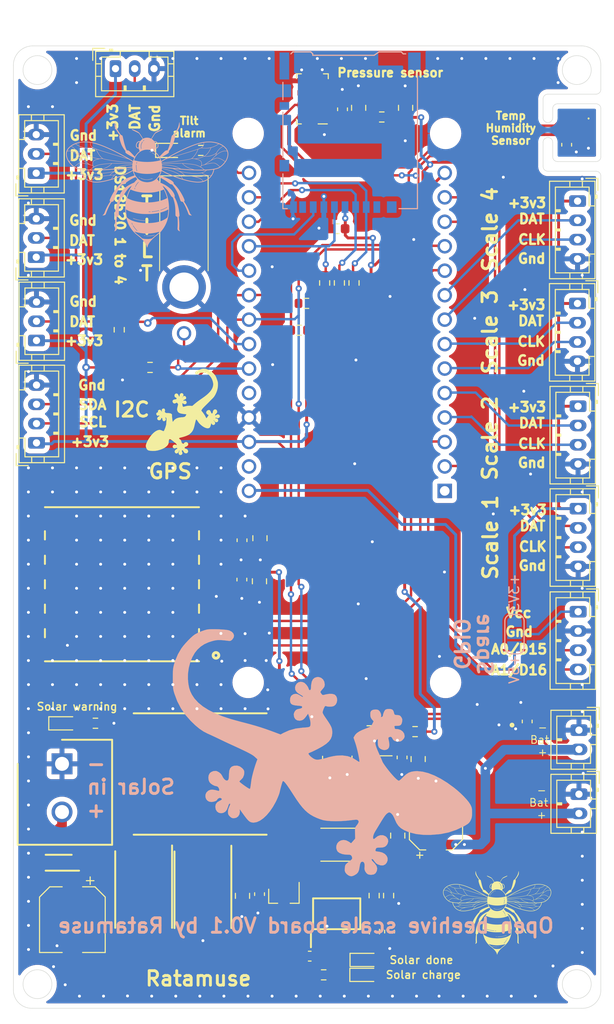
<source format=kicad_pcb>
(kicad_pcb (version 20211014) (generator pcbnew)
  (layers (0 "F.Cu" signal) (31 "B.Cu" signal) (34 "B.Paste" user) (35 "F.Paste" user) (36 "B.SilkS" user "B.Silkscreen") (37 "F.SilkS" user "F.Silkscreen") (38 "B.Mask" user) (39 "F.Mask" user) (44 "Edge.Cuts" user))
  (net 0 "")
  (net 1 "GND")
  (net 2 "+3V3")
  (net 3 "Net-(J4-Pad1)")
  (net 4 "SCL")
  (net 5 "SDA")
  (net 6 "Net-(C13-Pad1)")
  (net 10 "+5V")
  (net 11 "VBAT")
  (net 13 "Net-(D6-Pad2)")
  (net 14 "Vsolar")
  (net 15 "Net-(D5-Pad1)")
  (net 16 "Net-(IC1-Pad10)")
  (net 17 "Net-(IC1-Pad8)")
  (net 18 "Net-(IC1-Pad6)")
  (net 19 "Net-(IC1-Pad5)")
  (net 20 "Net-(C4-Pad1)")
  (net 21 "Net-(C7-Pad2)")
  (net 22 "Net-(D1-Pad2)")
  (net 23 "Net-(D1-Pad1)")
  (net 24 "Net-(D3-Pad2)")
  (net 25 "Net-(D3-Pad1)")
  (net 26 "Net-(D4-Pad1)")
  (net 27 "DS18b20")
  (net 32 "Net-(D7-Pad2)")
  (net 34 "TX_GPS")
  (net 35 "RX_GPS")
  (net 36 "INT1")
  (net 39 "A0{slash}D15")
  (net 40 "A1{slash}D16")
  (net 41 "DAT1")
  (net 42 "CLK1")
  (net 43 "DAT3")
  (net 44 "CLK3")
  (net 45 "DAT2")
  (net 46 "CLK2")
  (net 47 "Tilt_led_alarm")
  (net 48 "VCC_GPS")
  (net 49 "Net-(R12-Pad1)")
  (net 50 "Start_GPS")
  (net 52 "DAT4")
  (net 53 "CLK4")
  (net 55 "SD3-CS-D7")
  (net 56 "CMD-MOSI-D8")
  (net 57 "CLK-SCK-D9")
  (net 58 "SDO-MISO-D10")
  (footprint "Capacitor_SMD:CP_Elec_6.3x7.7" (layer "F.Cu") (at 102.625 159.81 -90)
    (fp_text reference "C1" hide)
    (fp_text value "100µF/35V")
  )
  (footprint "Capacitor_SMD:C_0603_1608Metric" (layer "F.Cu") (at 122.06 157.16 -90)
    (fp_text reference "C2" hide)
    (fp_text value "470nF/50V")
  )
  (footprint "Capacitor_SMD:C_0805_2012Metric" (layer "F.Cu") (at 120.29 157.34 -90)
    (fp_text reference "C3" hide)
    (fp_text value "4.7µF/50V")
  )
  (footprint "Capacitor_SMD:C_0603_1608Metric" (layer "F.Cu") (at 135.56 161.05 -90)
    (fp_text reference "C4" hide)
    (fp_text value "220nF")
  )
  (footprint "Capacitor_SMD:C_0603_1608Metric" (layer "F.Cu") (at 149.85 139.235 -90)
    (fp_text reference "C5" hide)
    (fp_text value "0.1µF")
  )
  (footprint "Capacitor_SMD:C_0603_1608Metric" (layer "F.Cu") (at 127.27 163.6)
    (fp_text reference "C7" hide)
    (fp_text value "0.1µF/50V")
  )
  (footprint "Capacitor_SMD:C_0805_2012Metric" (layer "F.Cu") (at 136.41 151.085 90)
    (fp_text reference "C8" hide)
    (fp_text value "10µF")
  )
  (footprint "Capacitor_SMD:CP_Elec_5x5.4" (layer "F.Cu") (at 140.38 149.81 90)
    (fp_text reference "C9" hide)
    (fp_text value "10µF")
  )
  (footprint "Capacitor_SMD:C_0603_1608Metric" (layer "F.Cu") (at 153.95 79.36 -90)
    (fp_text reference "C10" hide)
    (fp_text value "0.1µF")
  )
  (footprint "LED_SMD:LED_0603_1608Metric_Castellated" (layer "F.Cu") (at 101.86 139.43)
    (fp_text reference "D1" hide)
    (fp_text value "LED")
  )
  (footprint "Empreintes:SODFL3616X98N" (layer "F.Cu") (at 101.2 153.9 180)
    (fp_text reference "D2" hide)
    (fp_text value "MBR230LSFT1G" hide)
  )
  (footprint "LED_SMD:LED_0603_1608Metric_Castellated" (layer "F.Cu") (at 133.12 165.542)
    (fp_text reference "D3" hide)
    (fp_text value "LED")
  )
  (footprint "LED_SMD:LED_0603_1608Metric_Castellated" (layer "F.Cu") (at 133.14 163.992)
    (fp_text reference "D4" hide)
    (fp_text value "LED")
  )
  (footprint "Empreintes:DIOM8059X256N" (layer "F.Cu") (at 116.18 156.71 -90)
    (fp_text reference "D5" hide)
    (fp_text value "SS34" hide)
  )
  (footprint "Empreintes:DIOM8059X256N" (layer "F.Cu") (at 110.025 156.685 -90)
    (fp_text reference "D6" hide)
    (fp_text value "SS34" hide)
  )
  (footprint "Empreintes:SOP100P600X175-10N" (layer "F.Cu") (at 130.07 159.2 90)
    (fp_text reference "IC1" hide)
    (fp_text value "CN3791" hide)
  )
  (footprint "Empreintes:SHDR2W90P0X500_1X2_1060X980X1380P" (layer "F.Cu") (at 101.55 143.635 -90)
    (fp_text reference "J1" hide)
    (fp_text value "Conn_01x02" hide)
  )
  (footprint "Connector_JST:JST_PH_B4B-PH-K_1x04_P2.00mm_Vertical" (layer "F.Cu") (at 155.14 117.14 -90)
    (fp_text reference "J2" hide)
    (fp_text value "Conn_01x04")
  )
  (footprint "Connector_JST:JST_PH_B4B-PH-K_1x04_P2.00mm_Vertical" (layer "F.Cu") (at 155.14 127.84 -90)
    (fp_text reference "J4" hide)
    (fp_text value "Conn_01x04")
  )
  (footprint "Connector_JST:JST_PH_B4B-PH-K_1x04_P2.00mm_Vertical" (layer "F.Cu") (at 98.9 110.31 90)
    (fp_text reference "J5" hide)
    (fp_text value "Conn_01x04")
  )
  (footprint "Empreintes:INDPM138126X700N" (layer "F.Cu") (at 115.89 144.69)
    (fp_text reference "L1" hide)
    (fp_text value "82µH/3A" hide)
  )
  (footprint "Package_TO_SOT_SMD:SOT-23" (layer "F.Cu") (at 124.59 157.35 -90)
    (fp_text reference "Q1" hide)
    (fp_text value "AO3401A")
  )
  (footprint "Resistor_SMD:R_0603_1608Metric" (layer "F.Cu") (at 105.02 139.42)
    (fp_text reference "R1" hide)
    (fp_text value "2K")
  )
  (footprint "Resistor_SMD:R_0603_1608Metric" (layer "F.Cu") (at 133.99 161.05 90)
    (fp_text reference "R2" hide)
    (fp_text value "120")
  )
  (footprint "Resistor_SMD:R_0603_1608Metric" (layer "F.Cu") (at 128.72 165.54)
    (fp_text reference "R3" hide)
    (fp_text value "10K")
  )
  (footprint "Resistor_SMD:R_0603_1608Metric" (layer "F.Cu") (at 135.46 157.31 -90)
    (fp_text reference "R4" hide)
    (fp_text value "10K")
  )
  (footprint "Resistor_SMD:R_0603_1608Metric" (layer "F.Cu") (at 133.96 157.31 90)
    (fp_text reference "R5" hide)
    (fp_text value "30K")
  )
  (footprint "Resistor_SMD:R_2512_6332Metric" (layer "F.Cu") (at 130.6 152.03)
    (fp_text reference "R6" hide)
    (fp_text value "0.24R")
  )
  (footprint "Resistor_SMD:R_0603_1608Metric" (layer "F.Cu") (at 126.93 95.83)
    (fp_text reference "R7" hide)
    (fp_text value "2.2K")
  )
  (footprint "Resistor_SMD:R_0603_1608Metric" (layer "F.Cu") (at 126.17 98.62)
    (fp_text reference "R8" hide)
    (fp_text value "2.2K")
  )
  (footprint "Connector_JST:JST_PH_B2B-PH-K_1x02_P2.00mm_Vertical" (layer "F.Cu") (at 155.225 140.135 -90)
    (fp_text reference "J6" hide)
    (fp_text value "Conn_01x02")
  )
  (footprint "Connector_JST:JST_PH_B2B-PH-K_1x02_P2.00mm_Vertical" (layer "F.Cu") (at 155.225 146.785 -90)
    (fp_text reference "J7" hide)
    (fp_text value "Conn_01x02")
  )
  (footprint "Empreintes:SON50P200X200X80-9N-D" (layer "F.Cu") (at 146.9 138.21 180)
    (fp_text reference "IC2" hide)
    (fp_text value "MAX17048G+" hide)
  )
  (footprint "Connector_JST:JST_PH_B3B-PH-K_1x03_P2.00mm_Vertical" (layer "F.Cu") (at 98.875 91.035 90)
    (fp_text reference "J8" hide)
    (fp_text value "Conn_01x03")
  )
  (footprint "Connector_JST:JST_PH_B3B-PH-K_1x03_P2.00mm_Vertical" (layer "F.Cu") (at 98.87 82.31 90)
    (fp_text reference "J9" hide)
    (fp_text value "Conn_01x03")
  )
  (footprint "Connector_JST:JST_PH_B3B-PH-K_1x03_P2.00mm_Vertical" (layer "F.Cu") (at 98.9 99.685 90)
    (fp_text reference "J3" hide)
    (fp_text value "Conn_01x03")
  )
  (footprint "Empreintes:L80-M39" (layer "F.Cu") (at 100.025 119.91)
    (fp_text reference "IC3" hide)
    (fp_text value "L86-M33" hide)
  )
  (footprint "Empreintes:SHT41AD1BR3" (layer "F.Cu") (at 155.825 77.885 -90)
    (fp_text reference "IC4" hide)
    (fp_text value "SHT41-AD1B-R3" hide)
  )
  (footprint "Capacitor_SMD:C_0603_1608Metric" (layer "F.Cu") (at 120.225 124.505 -90)
    (fp_text reference "C6" hide)
    (fp_text value "0.1µF")
  )
  (footprint "Capacitor_SMD:C_0805_2012Metric" (layer "F.Cu") (at 122.05 124.68 -90)
    (fp_text reference "C11" hide)
    (fp_text value "10µF")
  )
  (footprint "Resistor_SMD:R_0603_1608Metric" (layer "F.Cu") (at 110.69 102.48)
    (fp_text reference "R10" hide)
    (fp_text value "100k")
  )
  (footprint "Empreintes:RB231X2" (layer "F.Cu") (at 114.22 94.99 90)
    (fp_text reference "S1" hide)
    (fp_text value "RB231X2" hide)
  )
  (footprint "Capacitor_SMD:C_0805_2012Metric" (layer "F.Cu") (at 129.34 143.11 -90)
    (fp_text reference "C18" hide)
    (fp_text value "10µF")
  )
  (footprint "Capacitor_SMD:C_0603_1608Metric" (layer "F.Cu") (at 120.24 120.42 90)
    (fp_text reference "C20" hide)
    (fp_text value "0.1µF")
  )
  (footprint "Connector_JST:JST_PH_B3B-PH-K_1x03_P2.00mm_Vertical" (layer "F.Cu") (at 107.1 71.46)
    (fp_text reference "J14" hide)
    (fp_text value "Conn_01x03")
  )
  (footprint "LED_SMD:LED_0603_1608Metric" (layer "F.Cu") (at 112.75 79.95)
    (fp_text reference "D7" hide)
    (fp_text value "LED")
  )
  (footprint "Resistor_SMD:R_0603_1608Metric" (layer "F.Cu") (at 138.21 140.29)
    (fp_text reference "R12" hide)
    (fp_text value "10K")
  )
  (footprint "Capacitor_SMD:C_0805_2012Metric" (layer "F.Cu") (at 137.225 75.53 90)
    (fp_text reference "C12" hide)
    (fp_text value "10µF")
  )
  (footprint "Resistor_SMD:R_0603_1608Metric" (layer "F.Cu") (at 115.96 79.95)
    (fp_text reference "R11" hide)
    (fp_text value "10K")
  )
  (footprint "Capacitor_SMD:C_0603_1608Metric" (layer "F.Cu") (at 136.86 142.97 -90)
    (fp_text reference "C15" hide)
    (fp_text value "0.1µF")
  )
  (footprint "Resistor_SMD:R_0603_1608Metric" (layer "F.Cu") (at 134.75 76.48)
    (fp_text reference "FB1" hide)
    (fp_text value "FerriteBead")
  )
  (footprint "Capacitor_SMD:C_0805_2012Metric" (layer "F.Cu") (at 122.1 120.21 90)
    (fp_text reference "C21" hide)
    (fp_text value "10µF")
  )
  (footprint "Resistor_SMD:R_0603_1608Metric" (layer "F.Cu") (at 128.82 93.71 90)
    (fp_text reference "R15" hide)
    (fp_text value "10k")
  )
  (footprint "Empreintes:bee" (layer "F.Cu") (at 150.457812 159.087451)
    (fp_text reference "G***" hide)
    (fp_text value "LOGO" hide)
  )
  (footprint "Empreintes:ARDUINO_ABX00012" (layer "F.Cu") (at 143.6275 137.435 90)
    (fp_text reference "U1" hide)
    (fp_text value "MKRWAN_1310")
  )
  (footprint "Capacitor_SMD:C_0603_1608Metric" (layer "F.Cu") (at 130.17 88.08 180)
    (fp_text reference "C19" hide)
    (fp_text value "0.1µF")
  )
  (footprint "Empreintes:Logo Ratamuse petit" (layer "F.Cu") (at 114.03 107.46 -160)
    (fp_text reference "G***" hide)
    (fp_text value "LOGO" hide)
  )
  (footprint "Connector_JST:JST_PH_B4B-PH-K_1x04_P2.00mm_Vertical" (layer "F.Cu") (at 155.07 95.84 -90)
    (fp_text reference "J12" hide)
    (fp_text value "Conn_01x04")
  )
  (footprint "Connector_JST:JST_PH_B4B-PH-K_1x04_P2.00mm_Vertical" (layer "F.Cu") (at 155.13 106.51 -90)
    (fp_text reference "J10" hide)
    (fp_text value "Conn_01x04")
  )
  (footprint "Resistor_SMD:R_0603_1608Metric" (layer "F.Cu") (at 130.35 93.71 90)
    (fp_text reference "R14" hide)
    (fp_text value "10k")
  )
  (footprint "Capacitor_SMD:C_0603_1608Metric" (layer "F.Cu") (at 130.675 75.68 90)
    (fp_text reference "C14" hide)
    (fp_text value "0.1µF")
  )
  (footprint "Resistor_SMD:R_0603_1608Metric" (layer "F.Cu") (at 107.49 98.57 -90)
    (fp_text reference "R9" hide)
    (fp_text value "4.7K")
  )
  (footprint "Capacitor_SMD:C_0805_2012Metric" (layer "F.Cu") (at 132.35 75.53 90)
    (fp_text reference "C13" hide)
    (fp_text value "10µF")
  )
  (footprint "Package_LGA:LGA-8_3x5mm_P1.25mm" (layer "F.Cu") (at 127.545 74.6 180)
    (fp_text reference "U2" hide)
    (fp_text value "MS5611-01BA")
  )
  (footprint "Capacitor_SMD:C_0805_2012Metric" (layer "F.Cu") (at 138.53 143.14 -90)
    (fp_text reference "C16" hide)
    (fp_text value "10µF")
  )
  (footprint "Connector_JST:JST_PH_B4B-PH-K_1x04_P2.00mm_Vertical" (layer "F.Cu") (at 155.08 85.21 -90)
    (fp_text reference "J11" hide)
    (fp_text value "Conn_01x04")
  )
  (footprint "Package_TO_SOT_SMD:SOT-23-5" (layer "F.Cu") (at 134.02 141.24 180)
    (fp_text reference "U3" hide)
    (fp_text value "XC6220B331MR")
  )
  (footprint "Capacitor_SMD:C_0603_1608Metric" (layer "F.Cu") (at 131.15 142.97 -90)
    (fp_text reference "C17" hide)
    (fp_text value "0.1µF")
  )
  (footprint "Resistor_SMD:R_0603_1608Metric" (layer "F.Cu") (at 131.87 93.71 90)
    (fp_text reference "R13" hide)
    (fp_text value "10k")
  )
  (footprint "Jumper:SolderJumper-3_P1.3mm_Open_RoundedPad1.0x1.5mm_NumberLabels" (layer "B.Cu") (at 148.53 130.17 -90)
    (fp_text reference "JP1" hide)
    (fp_text value "SolderJumper_3_Open")
  )
  (footprint "Empreintes:bee large" (layer "B.Cu") (at 104.798973 83.501178 180)
    (fp_text reference "G***" hide)
    (fp_text value "LOGO" hide)
  )
  (footprint "Connector_Card:microSD_HC_Hirose_DM3AT-SF-PEJM5" (layer "B.Cu") (at 131.46 78.11)
    (fp_text reference "J13" hide)
    (fp_text value "Micro_SD_Card")
  )
  (footprint "Empreintes:Logo Ratamuse" (layer "B.Cu") (at 128.60263 142.453428)
    (fp_text reference "G***" hide)
    (fp_text value "LOGO" hide)
  )
  (gr_line (start 98.5 169.01) (end 155.5 169.01) (layer "Edge.Cuts") (width 0.05))
  (gr_line (start 157.5 80.61) (end 157.5 75.61) (layer "Edge.Cuts") (width 0.05))
  (gr_arc (start 155.5 69.1) (mid 156.917754 69.689324) (end 157.5 71.11) (layer "Edge.Cuts") (width 0.05))
  (gr_line (start 96.5 80.39) (end 96.5 167.11) (layer "Edge.Cuts") (width 0.05))
  (gr_line (start 152.5 76.56) (end 152.5 75.61) (layer "Edge.Cuts") (width 0.05))
  (gr_arc (start 157.5 80.61) (mid 157.353553 80.963553) (end 157 81.11) (layer "Edge.Cuts") (width 0.05))
  (gr_line (start 153 81.11) (end 157 81.11) (layer "Edge.Cuts") (width 0.05))
  (gr_circle (center 155 71.61) (end 155 70.11) (layer "Edge.Cuts") (width 0.05) (fill none))
  (gr_line (start 157 74.11) (end 152 74.11) (layer "Edge.Cuts") (width 0.05))
  (gr_line (start 98.5 69.1) (end 125.9 69.1) (layer "Edge.Cuts") (width 0.05))
  (gr_arc (start 157 75.11) (mid 157.353553 75.256447) (end 157.5 75.61) (layer "Edge.Cuts") (width 0.05))
  (gr_arc (start 151.5 74.61) (mid 151.646447 74.256447) (end 152 74.11) (layer "Edge.Cuts") (width 0.05))
  (gr_arc (start 151.5 79.11) (mid 152 78.61) (end 152.5 79.11) (layer "Edge.Cuts") (width 0.05))
  (gr_circle (center 99 166.51) (end 99 168.01) (layer "Edge.Cuts") (width 0.05) (fill none))
  (gr_line (start 157 82.11) (end 152 82.11) (layer "Edge.Cuts") (width 0.05))
  (gr_line (start 155.5 69.1) (end 125.9 69.1) (layer "Edge.Cuts") (width 0.05))
  (gr_line (start 151.5 81.61) (end 151.5 79.11) (layer "Edge.Cuts") (width 0.05))
  (gr_line (start 152.5 79.11) (end 152.5 80.61) (layer "Edge.Cuts") (width 0.05))
  (gr_arc (start 153 81.11) (mid 152.646447 80.963553) (end 152.5 80.61) (layer "Edge.Cuts") (width 0.05))
  (gr_arc (start 96.5 71.11) (mid 97.085183 69.692246) (end 98.5 69.1) (layer "Edge.Cuts") (width 0.05))
  (gr_arc (start 157.5 167.11) (mid 156.907846 168.489311) (end 155.5 169.01) (layer "Edge.Cuts") (width 0.05))
  (gr_arc (start 152 82.11) (mid 151.646447 81.963553) (end 151.5 81.61) (layer "Edge.Cuts") (width 0.05))
  (gr_arc (start 98.5 169.01) (mid 97.092154 168.489311) (end 96.5 167.11) (layer "Edge.Cuts") (width 0.05))
  (gr_arc (start 157 82.11) (mid 157.353553 82.256447) (end 157.5 82.61) (layer "Edge.Cuts") (width 0.05))
  (gr_circle (center 155 166.51) (end 155 168.01) (layer "Edge.Cuts") (width 0.05) (fill none))
  (gr_line (start 153 75.11) (end 157 75.11) (layer "Edge.Cuts") (width 0.05))
  (gr_line (start 157.5 73.61) (end 157.5 71.11) (layer "Edge.Cuts") (width 0.05))
  (gr_arc (start 152.5 75.61) (mid 152.646447 75.256447) (end 153 75.11) (layer "Edge.Cuts") (width 0.05))
  (gr_line (start 151.5 74.61) (end 151.5 76.56) (layer "Edge.Cuts") (width 0.05))
  (gr_arc (start 157.5 73.61) (mid 157.353553 73.963553) (end 157 74.11) (layer "Edge.Cuts") (width 0.05))
  (gr_line (start 96.5 80.39) (end 96.5 71.11) (layer "Edge.Cuts") (width 0.05))
  (gr_arc (start 152.5 76.56) (mid 152 77.06) (end 151.5 76.56) (layer "Edge.Cuts") (width 0.05))
  (gr_line (start 157.5 167.11) (end 157.5 82.61) (layer "Edge.Cuts") (width 0.05))
  (gr_circle (center 99 71.61) (end 99 70.11) (layer "Edge.Cuts") (width 0.05) (fill none))
  (gr_text "-\nSolar in\n+" (at 103.97 146.03) (layer "B.SilkS") (effects (font (size 1.5 1.5) (thickness 0.3)) (justify right mirror)))
  (gr_text "Open beehive scale board V0.1 by Ratamuse" (at 126.87 160.44) (layer "B.SilkS") (effects (font (size 1.5 1.5) (thickness 0.3)) (justify mirror)))
  (gr_text "Spare\nGPIO" (at 144.23 131.2 -90) (layer "B.SilkS") (effects (font (size 1.5 1.5) (thickness 0.3)) (justify mirror)))
  (gr_text "Ratamuse" (at 115.71 165.93) (layer "F.SilkS") (effects (font (size 1.5 1.5) (thickness 0.3))))
  (gr_text "-\nBat \n+" (at 151.45 141.135) (layer "F.SilkS") (effects (font (size 0.8 0.8) (thickness 0.1))))
  (gr_text "Solar warning" (at 103.11 137.69) (layer "F.SilkS") (effects (font (size 0.8 0.8))))
  (gr_text "CLK" (at 150.28 99.79) (layer "F.SilkS") (effects (font (size 1 1) (thickness 0.25))))
  (gr_text "DAT\n\n" (at 103.66 81.3) (layer "F.SilkS") (effects (font (size 1 1) (thickness 0.25))))
  (gr_text "+3v3\n" (at 149.91 117.28) (layer "F.SilkS") (effects (font (size 1 1) (thickness 0.25))))
  (gr_text "Gnd" (at 150.32 91.18) (layer "F.SilkS") (effects (font (size 1 1) (thickness 0.25))))
  (gr_text "+3v3\n" (at 103.88 82.47) (layer "F.SilkS") (effects (font (size 1 1) (thickness 0.25))))
  (gr_text "Gnd" (at 150.32 112.38) (layer "F.SilkS") (effects (font (size 1 1) (thickness 0.25))))
  (gr_text "-\nBat \n+" (at 151.35 147.66) (layer "F.SilkS") (effects (font (size 0.8 0.8) (thickness 0.1))))
  (gr_text "T\nI\nL\nT" (at 110.36 89.11) (layer "F.SilkS") (effects (font (size 1.5 1.5) (thickness 0.3))))
  (gr_text "Tilt\nalarm" (at 114.75 77.52) (layer "F.SilkS") (effects (font (size 0.8 0.8) (thickness 0.2))))
  (gr_text "DAT\n\n" (at 150.25 98.46) (layer "F.SilkS") (effects (font (size 1 1) (thickness 0.25))))
  (gr_text "DAT\n\n" (at 150.32 87.87) (layer "F.SilkS") (effects (font (size 1 1) (thickness 0.25))))
  (gr_text "Solar charge" (at 139.07 165.54) (layer "F.SilkS") (effects (font (size 0.8 0.8))))
  (gr_text "Gnd" (at 150.25 101.77) (layer "F.SilkS") (effects (font (size 1 1) (thickness 0.25))))
  (gr_text "DAT\n\n" (at 109.93 76.49 90) (layer "F.SilkS") (effects (font (size 1 1) (thickness 0.25))))
  (gr_text "DAT\n\n" (at 103.64 98.54) (layer "F.SilkS") (effects (font (size 1 1) (thickness 0.25))))
  (gr_text "DAT\n\n" (at 150.32 109.07) (layer "F.SilkS") (effects (font (size 1 1) (thickness 0.25))))
  (gr_text "I2C" (at 108.79 106.86) (layer "F.SilkS") (effects (font (size 1.5 1.5) (thickness 0.3))))
  (gr_text "SCL\n\n" (at 104.74 108.96) (layer "F.SilkS") (effects (font (size 1 1) (thickness 0.25))))
  (gr_text "Gnd" (at 103.75 95.64) (layer "F.SilkS") (effects (font (size 1 1) (thickness 0.25))))
  (gr_text "A0/D15" (at 149.01 131.74) (layer "F.SilkS") (effects (font (size 1 1) (thickness 0.25))))
  (gr_text "Scale 3\n" (at 145.98 98.8 90) (layer "F.SilkS") (effects (font (size 1.5 1.5) (thickness 0.3))))
  (gr_text "+3v3\n" (at 103.86 99.71) (layer "F.SilkS") (effects (font (size 1 1) (thickness 0.25))))
  (gr_text "DS18b20 1 to 4" (at 107.56 87.71 -90) (layer "F.SilkS") (effects (font (size 1 1) (thickness 0.25))))
  (gr_text "Gnd" (at 103.73 87.22) (layer "F.SilkS") (effects (font (size 1 1) (thickness 0.25))))
  (gr_text "GPS" (at 112.79 113.28) (layer "F.SilkS") (effects (font (size 1.5 1.5) (thickness 0.3))))
  (gr_text "+3v3\n" (at 106.82 77.07 -270) (layer "F.SilkS") (effects (font (size 1 1) (thickness 0.25))))
  (gr_text "+3v3\n" (at 149.76 95.99) (layer "F.SilkS") (effects (font (size 1 1) (thickness 0.25))))
  (gr_text "Scale 1 " (at 146.03 119.55 90) (layer "F.SilkS") (effects (font (size 1.5 1.5) (thickness 0.3))))
  (gr_text "Vcc" (at 148.98 127.96) (layer "F.SilkS") (effects (font (size 1 1) (thickness 0.25))))
  (gr_text "+3v3\n" (at 103.84 91.29) (layer "F.SilkS") (effects (font (size 1 1) (thickness 0.25))))
  (gr_text "MPPT Solar\ncharger" (at 130.09 147.57) (layer "F.SilkS") (effects (font (size 0.8 0.8) (thickness 0.2))))
  (gr_text "DAT\n\n" (at 103.62 90.12) (layer "F.SilkS") (effects (font (size 1 1) (thickness 0.25))))
  (gr_text "Solar done" (at 138.87 164) (layer "F.SilkS") (effects (font (size 0.8 0.8))))
  (gr_text "+3v3\n" (at 104.46 110.19) (layer "F.SilkS") (effects (font (size 1 1) (thickness 0.25))))
  (gr_text "Scale 4\n " (at 147.2 88.15 90) (layer "F.SilkS") (effects (font (size 1.5 1.5) (thickness 0.3))))
  (gr_text "DAT\n\n" (at 150.4 119.75) (layer "F.SilkS") (effects (font (size 1 1) (thickness 0.25))))
  (gr_text "+3v3\n" (at 149.83 106.6) (layer "F.SilkS") (effects (font (size 1 1) (thickness 0.25))))
  (gr_text "Pressure sensor" (at 135.63 71.88) (layer "F.SilkS") (effects (font (size 0.9 0.9) (thickness 0.225))))
  (gr_text "Gnd" (at 149.02 129.92) (layer "F.SilkS") (effects (font (size 1 1) (thickness 0.25))))
  (gr_text "CLK" (at 150.35 110.4) (layer "F.SilkS") (effects (font (size 1 1) (thickness 0.25))))
  (gr_text "CLK" (at 150.43 121.08) (layer "F.SilkS") (effects (font (size 1 1) (thickness 0.25))))
  (gr_text "Gnd" (at 150.4 123.06) (layer "F.SilkS") (effects (font (size 1 1) (thickness 0.25))))
  (gr_text "Gnd" (at 104.66 104.32) (layer "F.SilkS") (effects (font (size 1 1) (thickness 0.25))))
  (gr_text "CLK" (at 150.35 89.2) (layer "F.SilkS") (effects (font (size 1 1) (thickness 0.25))))
  (gr_text "Temp\nHumidity\nSensor" (at 148.15 77.64) (layer "F.SilkS") (effects (font (size 0.8 0.8) (thickness 0.2))))
  (gr_text "SDA" (at 104.72 106.36) (layer "F.SilkS") (effects (font (size 1 1) (thickness 0.25))))
  (gr_text "Scale 2\n" (at 145.98 109.82 90) (layer "F.SilkS") (effects (font (size 1.5 1.5) (thickness 0.3))))
  (gr_text "Gnd" (at 111.18 76.62 90) (layer "F.SilkS") (effects (font (size 1 1) (thickness 0.25))))
  (gr_text "Gnd" (at 103.77 78.4) (layer "F.SilkS") (effects (font (size 1 1) (thickness 0.25))))
  (gr_text "+3v3\n" (at 149.83 85.4) (layer "F.SilkS") (effects (font (size 1 1) (thickness 0.25))))
  (gr_text "A1/D16\n" (at 149.02 133.9) (layer "F.SilkS") (effects (font (size 1 1) (thickness 0.25))))
  (segment (start 145.14 137.95) (end 144.66 137.47) (width 0.25) (layer "F.Cu") (net 1))
  (segment (start 146.92 138.21) (end 146.91 138.2) (width 0.25) (layer "F.Cu") (net 1))
  (segment (start 147.91 139.26) (end 148.65 140) (width 0.25) (layer "F.Cu") (net 1))
  (segment (start 146.92 139.59) (end 146.92 138.21) (width 0.25) (layer "F.Cu") (net 1))
  (segment (start 136.32 141.24) (end 136.37 141.19) (width 0.25) (layer "F.Cu") (net 1))
  (segment (start 135.1575 141.24) (end 136.32 141.24) (width 0.25) (layer "F.Cu") (net 1))
  (segment (start 129.06 161.902) (end 129.07 161.912) (width 0.25) (layer "F.Cu") (net 1))
  (segment (start 129.06 160.49) (end 129.06 161.902) (width 0.25) (layer "F.Cu") (net 1))
  (segment (start 147.91 138.95) (end 147.91 139.26) (width 0.25) (layer "F.Cu") (net 1))
  (segment (start 145.91 137.95) (end 145.14 137.95) (width 0.25) (layer "F.Cu") (net 1))
  (segment (start 149 137.45) (end 149.19 137.26) (width 0.25) (layer "F.Cu") (net 1))
  (segment (start 147.9 137.46) (end 147.9 136.88) (width 0.3) (layer "F.Cu") (net 1))
  (segment (start 147.91 137.45) (end 149 137.45) (width 0.25) (layer "F.Cu") (net 1))
  (via (at 147.37 82.73) (size 0.65) (drill 0.3) (layers "F.Cu" "B.Cu") (net 1))
  (via (at 103.06 70.41) (size 0.65) (drill 0.3) (layers "F.Cu" "B.Cu") (net 1))
  (via (at 123.42 102.19) (size 0.65) (drill 0.3) (layers "F.Cu" "B.Cu") (net 1))
  (via (at 155.56 125.41) (size 0.65) (drill 0.3) (layers "F.Cu" "B.Cu") (net 1))
  (via (at 110.56 112.91) (size 0.65) (drill 0.3) (layers "F.Cu" "B.Cu") (net 1))
  (via (at 148.65 140) (size 0.65) (drill 0.3) (layers "F.Cu" "B.Cu") (net 1))
  (via (at 135.61 95.11) (size 0.65) (drill 0.3) (layers "F.Cu" "B.Cu") (net 1))
  (via (at 98.07 157.91) (size 0.65) (drill 0.3) (layers "F.Cu" "B.Cu") (net 1))
  (via (at 120.56 70.41) (size 0.65) (drill 0.3) (layers "F.Cu" "B.Cu") (net 1))
  (via (at 107.83 103.78) (size 0.65) (drill 0.3) (layers "F.Cu" "B.Cu") (net 1))
  (via (at 105.56 127.91) (size 0.65) (drill 0.3) (layers "F.Cu" "B.Cu") (net 1))
  (via (at 103.06 122.91) (size 0.65) (drill 0.3) (layers "F.Cu" "B.Cu") (net 1))
  (via (at 144.4 97.38) (size 0.65) (drill 0.3) (layers "F.Cu" "B.Cu") (net 1))
  (via (at 103.06 127.91) (size 0.65) (drill 0.3) (layers "F.Cu" "B.Cu") (net 1))
  (via (at 152.53 164.62) (size 0.65) (drill 0.3) (layers "F.Cu" "B.Cu") (net 1))
  (via (at 115.56 132.91) (size 0.65) (drill 0.3) (layers "F.Cu" "B.Cu") (net 1))
  (via (at 125.54 87.05) (size 0.65) (drill 0.3) (layers "F.Cu" "B.Cu") (net 1))
  (via (at 108.06 135.41) (size 0.65) (drill 0.3) (layers "F.Cu" "B.Cu") (net 1))
  (via (at 98.06 127.91) (size 0.65) (drill 0.3) (layers "F.Cu" "B.Cu") (net 1))
  (via (at 105.56 137.91) (size 0.65) (drill 0.3) (layers "F.Cu" "B.Cu") (net 1))
  (via (at 141.26 123.72) (size 0.65) (drill 0.3) (layers "F.Cu" "B.Cu") (net 1))
  (via (at 118.06 135.41) (size 0.65) (drill 0.3) (layers "F.Cu" "B.Cu") (net 1))
  (via (at 113.06 125.41) (size 0.65) (drill 0.3) (layers "F.Cu" "B.Cu") (net 1))
  (via (at 120.56 130.12) (size 0.65) (drill 0.3) (layers "F.Cu" "B.Cu") (net 1))
  (via (at 110.56 122.91) (size 0.65) (drill 0.3) (layers "F.Cu" "B.Cu") (net 1))
  (via (at 103.06 117.91) (size 0.65) (drill 0.3) (layers "F.Cu" "B.Cu") (net 1))
  (via (at 128.23 88.02) (size 0.65) (drill 0.3) (layers "F.Cu" "B.Cu") (net 1))
  (via (at 138.07 89.2) (size 0.65) (drill 0.3) (layers "F.Cu" "B.Cu") (net 1))
  (via (at 98.07 145.41) (size 0.65) (drill 0.3) (layers "F.Cu" "B.Cu") (net 1))
  (via (at 122.14 122.46) (size 0.65) (drill 0.3) (layers "F.Cu" "B.Cu") (net 1))
  (via (at 120.22 159.49) (size 0.65) (drill 0.3) (layers "F.Cu" "B.Cu") (net 1))
  (via (at 115.56 112.91) (size 0.65) (drill 0.3) (layers "F.Cu" "B.Cu") (net 1))
  (via (at 131.94 112.48) (size 0.65) (drill 0.3) (layers "F.Cu" "B.Cu") (net 1))
  (via (at 110.56 135.41) (size 0.65) (drill 0.3) (layers "F.Cu" "B.Cu") (net 1))
  (via (at 110.56 117.91) (size 0.65) (drill 0.3) (layers "F.Cu" "B.Cu") (net 1))
  (via (at 110.56 130.41) (size 0.65) (drill 0.3) (layers "F.Cu" "B.Cu") (net 1))
  (via (at 144.66 137.47) (size 0.65) (drill 0.3) (layers "F.Cu" "B.Cu") (net 1))
  (via (at 122.91 135.95) (size 0.65) (drill 0.3) (layers "F.Cu" "B.Cu") (net 1))
  (via (at 98.06 137.91) (size 0.65) (drill 0.3) (layers "F.Cu" "B.Cu") (net 1))
  (via (at 115.56 135.41) (size 0.65) (drill 0.3) (layers "F.Cu" "B.Cu") (net 1))
  (via (at 103.06 132.91) (size 0.65) (drill 0.3) (layers "F.Cu" "B.Cu") (net 1))
  (via (at 103.06 137.91) (size 0.65) (drill 0.3) (layers "F.Cu" "B.Cu") (net 1))
  (via (at 110.86 167.75) (size 0.65) (drill 0.3) (layers "F.Cu" "B.Cu") (net 1))
  (via (at 113.36 167.75) (size 0.65) (drill 0.3) (layers "F.Cu" "B.Cu") (net 1))
  (via (at 132.07 101.71) (size 0.65) (drill 0.3) (layers "F.Cu" "B.Cu") (net 1))
  (via (at 149.5 104.95) (size 0.65) (drill 0.3) (layers "F.Cu" "B.Cu") (net 1))
  (via (at 155.57 150.72) (size 0.65) (drill 0.3) (layers "F.Cu" "B.Cu") (net 1))
  (via (at 127.49 138.74) (size 0.65) (drill 0.3) (layers "F.Cu" "B.Cu") (net 1))
  (via (at 100.56 115.41) (size 0.65) (drill 0.3) (layers "F.Cu" "B.Cu") (net 1))
  (via (at 133.13 134.79) (size 0.65) (drill 0.3) (layers "F.Cu" "B.Cu") (net 1))
  (via (at 155.57 158.22) (size 0.65) (drill 0.3) (layers "F.Cu" "B.Cu") (net 1))
  (via (at 113.06 130.41) (size 0.65) (drill 0.3) (layers "F.Cu" "B.Cu") (net 1))
  (via (at 155.57 155.72) (size 0.65) (drill 0.3) (layers "F.Cu" "B.Cu") (net 1))
  (via (at 113.06 115.41) (size 0.65) (drill 0.3) (layers "F.Cu" "B.Cu") (net 1))
  (via (at 113.06 122.91) (size 0.65) (drill 0.3) (layers "F.Cu" "B.Cu") (net 1))
  (via (at 98.06 115.41) (size 0.65) (drill 0.3) (layers "F.Cu" "B.Cu") (net 1))
  (via (at 101.88 166.57) (size 0.65) (drill 0.3) (layers "F.Cu" "B.Cu") (net 1))
  (via (at 103.06 125.41) (size 0.65) (drill 0.3) (layers "F.Cu" "B.Cu") (net 1))
  (via (at 129.36 145.09) (size 0.65) (drill 0.3) (layers "F.Cu" "B.Cu") (net 1))
  (via (at 138.54 145.14) (size 0.65) (drill 0.3) (layers "F.Cu" "B.Cu") (net 1))
  (via (at 120.56 117.91) (size 0.65) (drill 0.3) (layers "F.Cu" "B.Cu") (net 1))
  (via (at 100.56 135.41) (size 0.65) (drill 0.3) (layers "F.Cu" "B.Cu") (net 1))
  (via (at 109.7 92.4) (size 0.65) (drill 0.3) (layers "F.Cu" "B.Cu") (net 1))
  (via (at 150.2 113.55) (size 0.65) (drill 0.3) (layers "F.Cu" "B.Cu") (net 1))
  (via (at 137.19 78.95) (size 0.65) (drill 0.3) (layers "F.Cu" "B.Cu") (net 1))
  (via (at 103.06 120.41) (size 0.65) (drill 0.3) (layers "F.Cu" "B.Cu") (net 1))
  (via (at 128.36 167.75) (size 0.65) (drill 0.3) (layers "F.Cu" "B.Cu") (net 1))
  (via (at 135.86 167.75) (size 0.65) (drill 0.3) (layers "F.Cu" "B.Cu") (net 1))
  (via (at 98.07 155.41) (size 0.65) (drill 0.3) (layers "F.Cu" "B.Cu") (net 1))
  (via (at 98.06 75.41) (size 0.65) (drill 0.3) (layers "F.Cu" "B.Cu") (net 1))
  (via (at 118.36 167.75) (size 0.65) (drill 0.3) (layers "F.Cu" "B.Cu") (net 1))
  (via (at 126.43 71.59) (size 0.65) (drill 0.3) (layers "F.Cu" "B.Cu") (net 1))
  (via (at 153.06 70.41) (size 0.65) (drill 0.3) (layers "F.Cu" "B.Cu") (net 1))
  (via (at 118.06 122.91) (size 0.65) (drill 0.3) (layers "F.Cu" "B.Cu") (net 1))
  (via (at 122.94 137.93) (size 0.65) (drill 0.3) (layers "F.Cu" "B.Cu") (net 1))
  (via (at 118.06 112.91) (size 0.65) (drill 0.3) (layers "F.Cu" "B.Cu") (net 1))
  (via (at 98.06 85.41) (size 0.65) (drill 0.3) (layers "F.Cu" "B.Cu") (net 1))
  (via (at 125.86 167.75) (size 0.65) (drill 0.3) (layers "F.Cu" "B.Cu") (net 1))
  (via (at 130.86 167.75) (size 0.65) (drill 0.3) (layers "F.Cu" "B.Cu") (net 1))
  (via (at 110.56 120.41) (size 0.65) (drill 0.3) (layers "F.Cu" "B.Cu") (net 1))
  (via (at 118.06 117.91) (size 0.65) (drill 0.3) (layers "F.Cu" "B.Cu") (net 1))
  (via (at 108.06 127.91) (size 0.65) (drill 0.3) (layers "F.Cu" "B.Cu") (net 1))
  (via (at 120.56 137.91) (size 0.65) (drill 0.3) (layers "F.Cu" "B.Cu") (net 1))
  (via (at 149.61 94.4) (size 0.65) (drill 0.3) (layers "F.Cu" "B.Cu") (net 1))
  (via (at 108.06 117.91) (size 0.65) (drill 0.3) (layers "F.Cu" "B.Cu") (net 1))
  (via (at 103.06 115.41) (size 0.65) (drill 0.3) (layers "F.Cu" "B.Cu") (net 1))
  (via (at 98.06 132.91) (size 0.65) (drill 0.3) (layers "F.Cu" "B.Cu") (net 1))
  (via (at 100.56 75.41) (size 0.65) (drill 0.3) (layers "F.Cu" "B.Cu") (net 1))
  (via (at 110.56 115.41) (size 0.65) (drill 0.3) (layers "F.Cu" "B.Cu") (net 1))
  (via (at 108.35 167.73) (size 0.65) (drill 0.3) (layers "F.Cu" "B.Cu") (net 1))
  (via (at 98.07 140.41) (size 0.65) (drill 0.3) (layers "F.Cu" "B.Cu") (net 1))
  (via (at 110.56 125.41) (size 0.65) (drill 0.3) (layers "F.Cu" "B.Cu") (net 1))
  (via (at 118.06 120.41) (size 0.65) (drill 0.3) (layers "F.Cu" "B.Cu") (net 1))
  (via (at 105.56 120.41) (size 0.65) (drill 0.3) (layers "F.Cu" "B.Cu") (net 1))
  (via (at 130.65 73.62) (size 0.65) (drill 0.3) (layers "F.Cu" "B.Cu") (net 1))
  (via (at 131.16 144.74) (size 0.65) (drill 0.3) (layers "F.Cu" "B.Cu") (net 1))
  (via (at 140.7 167.75) (size 0.65) (drill 0.3) (layers "F.Cu" "B.Cu") (net 1))
  (via (at 148.06 70.41) (size 0.65) (drill 0.3) (layers "F.Cu" "B.Cu") (net 1))
  (via (at 149.19 137.26) (size 0.65) (drill 0.3) (layers "F.Cu" "B.Cu") (net 1))
  (via (at 146.92 139.59) (size 0.65) (drill 0.3) (layers "F.Cu" "B.Cu") (net 1))
  (via (at 113.06 117.91) (size 0.65) (drill 0.3) (layers "F.Cu" "B.Cu") (net 1))
  (via (at 98.06 130.41) (size 0.65) (drill 0.3) (layers "F.Cu" "B.Cu") (net 1))
  (via (at 103.36 167.75) (size 0.65) (drill 0.3) (layers "F.Cu" "B.Cu") (net 1))
  (via (at 120.86 167.75) (size 0.65) (drill 0.3) (layers "F.Cu" "B.Cu") (net 1))
  (via (at 143.2 167.75) (size 0.65) (drill 0.3) (layers "F.Cu" "B.Cu") (net 1))
  (via (at 100.67 164.69) (size 0.65) (drill 0.3) (layers "F.Cu" "B.Cu") (net 1))
  (via (at 145.56 70.41) (size 0.65) (drill 0.3) (layers "F.Cu" "B.Cu") (net 1))
  (via (at 154.95 80.11) (size 0.65) (drill 0.3) (layers "F.Cu" "B.Cu") (net 1))
  (via (at 98.07 142.91) (size 0.65) (drill 0.3) (layers "F.Cu" "B.Cu") (net 1))
  (via (at 128.79 78.31) (size 0.65) (drill 0.3) (layers "F.Cu" "B.Cu") (net 1))
  (via (at 128.74 84.72) (size 0.65) (drill 0.3) (layers "F.Cu" "B.Cu") (net 1))
  (via (at 98.06 117.91) (size 0.65) (drill 0.3) (layers "F.Cu" "B.Cu") (net 1))
  (via (at 105.56 115.41) (size 0.65) (drill 0.3) (layers "F.Cu" "B.Cu") (net 1))
  (via (at 155.56 92.91) (size 0.65) (drill 0.3) (layers "F.Cu" "B.Cu") (net 1))
  (via (at 155.57 163.22) (size 0.65) (drill 0.3) (layers "F.Cu" "B.Cu") (net 1))
  (via (at 113.06 127.91) (size 0.65) (drill 0.3) (layers "F.Cu" "B.Cu") (net 1))
  (via (at 103.06 130.41) (size 0.65) (drill 0.3) (layers "F.Cu" "B.Cu") (net 1))
  (via (at 102.11 131.33) (size 0.65) (drill 0.3) (layers "F.Cu" "B.Cu") (net 1))
  (via (at 113.06 120.41) (size 0.65) (drill 0.3) (layers "F.Cu" "B.Cu") (net 1))
  (via (at 121.89 159.12) (size 0.65) (drill 0.3) (layers "F.Cu" "B.Cu") (net 1))
  (via (at 150.7 167.75) (size 0.65) (drill 0.3) (layers "F.Cu" "B.Cu") (net 1))
  (via (at 98.06 122.91) (size 0.65) (drill 0.3) (layers "F.Cu" "B.Cu") (net 1))
  (via (at 98.07 152.91) (size 0.65) (drill 0.3) (layers "F.Cu" "B.Cu") (net 1))
  (via (at 140.56 70.41) (size 0.65) (drill 0.3) (layers "F.Cu" "B.Cu") (net 1))
  (via (at 105.56 112.91) (size 0.65) (drill 0.3) (layers "F.Cu" "B.Cu") (net 1))
  (via (at 155.56 82.91) (size 0.65) (drill 0.3) (layers "F.Cu" "B.Cu") (net 1))
  (via (at 103.06 72.91) (size 0.65) (drill 0.3) (layers "F.Cu" "B.Cu") (net 1))
  (via (at 105.56 125.41) (size 0.65) (drill 0.3) (layers "F.Cu" "B.Cu") (net 1))
  (via (at 132.32 73.24) (size 0.65) (drill 0.3) (layers "F.Cu" "B.Cu") (net 1))
  (via (at 129.06 160.49) (size 0.65) (drill 0.3) (layers "F.Cu" "B.Cu") (net 1))
  (via (at 140.38 145.42) (size 0.65) (drill 0.3) (layers "F.Cu" "B.Cu") (net 1))
  (via (at 134 141.26) (size 0.65) (drill 0.3) (layers "F.Cu" "B.Cu") (net 1))
  (via (at 115.56 70.41) (size 0.65) (drill 0.3) (layers "F.Cu" "B.Cu") (net 1))
  (via (at 98.07 147.91) (size 0.65) (drill 0.3) (layers "F.Cu" "B.Cu") (net 1))
  (via (at 133.36 167.75) (size 0.65) (drill 0.3) (layers "F.Cu" "B.Cu") (net 1))
  (via (at 133.766651 120.579229) (size 0.65) (drill 0.3) (layers "F.Cu" "B.Cu") (net 1))
  (via (at 115.86 167.75) (size 0.65) (drill 0.3) (layers "F.Cu" "B.Cu") (net 1))
  (via (at 132.31 127.03) (size 0.65) (drill 0.3) (layers "F.Cu" "B.Cu") (net 1))
  (via (at 105.56 70.41) (size 0.65) (drill 0.3) (layers "F.Cu" "B.Cu") (net 1))
  (via (at 138.36 167.75) (size 0.65) (drill 0.3) (layers "F.Cu" "B.Cu") (net 1))
  (via (at 108.06 122.91) (size 0.65) (drill 0.3) (layers "F.Cu" "B.Cu") (net 1))
  (via (at 120.14 122.46) (size 0.65) (drill 0.3) (layers "F.Cu" "B.Cu") (net 1))
  (via (at 100.56 132.91) (size 0.65) (drill 0.3) (layers "F.Cu" "B.Cu") (net 1))
  (via (at 110.89 79.93) (size 0.65) (drill 0.3) (layers "F.Cu" "B.Cu") (net 1))
  (via (at 118.06 115.41) (size 0.65) (drill 0.3) (layers "F.Cu" "B.Cu") (net 1))
  (via (at 122.05 126.86) (size 0.65) (drill 0.3) (layers "F.Cu" "B.Cu") (net 1))
  (via (at 115.56 137.91) (size 0.65) (drill 0.3) (layers "F.Cu" "B.Cu") (net 1))
  (via (at 98.06 92.91) (size 0.65) (drill 0.3) (layers "F.Cu" "B.Cu") (net 1))
  (via (at 120.56 132.91) (size 0.65) (drill 0.3) (layers "F.Cu" "B.Cu") (net 1))
  (via (at 136.51 158.13) (size 0.65) (drill 0.3) (layers "F.Cu" "B.Cu") (net 1))
  (via (at 110.56 127.91) (size 0.65) (drill 0.3) (layers "F.Cu" "B.Cu") (net 1))
  (via (at 98.07 162.91) (size 0.65) (drill 0.3) (layers "F.Cu" "B.Cu") (net 1))
  (via (at 108.06 112.91) (size 0.65) (drill 0.3) (layers "F.Cu" "B.Cu") (net 1))
  (via (at 108.06 132.91) (size 0.65) (drill 0.3) (layers "F.Cu" "B.Cu") (net 1))
  (via (at 98.07 150.41) (size 0.65) (drill 0.3) (layers "F.Cu" "B.Cu") (net 1))
  (via (at 128.06 70.41) (size 0.65) (drill 0.3) (layers "F.Cu" "B.Cu") (net 1))
  (via (at 98.06 102.91) (size 0.65) (drill 0.3) (layers "F.Cu" "B.Cu") (net 1))
  (via (at 105.56 132.91) (size 0.65) (drill 0.3) (layers "F.Cu" "B.Cu") (net 1))
  (via (at 146.33 117.69) (size 0.65) (drill 0.3) (layers "F.Cu" "B.Cu") (net 1))
  (via (at 156.21 79.72) (size 0.65) (drill 0.3) (layers "F.Cu" "B.Cu") (net 1))
  (via (at 123.37 92.03) (size 0.65) (drill 0.3) (layers "F.Cu" "B.Cu") (net 1))
  (via (at 105.56 130.41) (size 0.65) (drill 0.3) (layers "F.Cu" "B.Cu") (net 1))
  (via (at 108.06 115.41) (size 0.65) (drill 0.3) (layers "F.Cu" "B.Cu") (net 1))
  (via (at 105.56 117.91) (size 0.65) (drill 0.3) (layers "F.Cu" "B.Cu") (net 1))
  (via (at 122.75 132.91) (size 0.65) (drill 0.3) (layers "F.Cu" "B.Cu") (net 1))
  (via (at 140.74 132.48) (size 0.65) (drill 0.3) (layers "F.Cu" "B.Cu") (net 1))
  (via (at 113.06 137.91) (size 0.65) (drill 0.3) (layers "F.Cu" "B.Cu") (net 1))
  (via (at 150.56 70.41) (size 0.65) (drill 0.3) (layers "F.Cu" "B.Cu") (net 1))
  (via (at 128.57 71.57) (size 0.65) (drill 0.3) (layers "F.Cu" "B.Cu") (net 1))
  (via (at 136.4 148.89) (size 0.65) (drill 0.3) (layers "F.Cu" "B.Cu") (net 1))
  (via (at 116.18 161.99) (size 0.65) (drill 0.3) (layers "F.Cu" "B.Cu") (net 1))
  (via (at 103.06 135.41) (size 0.65) (drill 0.3) (layers "F.Cu" "B.Cu") (net 1))
  (via (at 123.07 130.06) (size 0.65) (drill 0.3) (layers "F.Cu" "B.Cu") (net 1))
  (via (at 105.56 135.41) (size 0.65) (drill 0.3) (layers "F.Cu" "B.Cu") (net 1))
  (via (at 120.22 126.46) (size 0.65) (drill 0.3) (layers "F.Cu" "B.Cu") (net 1))
  (via (at 113.06 112.91) (size 0.65) (drill 0.3) (layers "F.Cu" "B.Cu") (net 1))
  (via (at 100.56 137.91) (size 0.65) (drill 0.3) (layers "F.Cu" "B.Cu") (net 1))
  (via (at 123.06 70.41) (size 0.65) (drill 0.3) (layers "F.Cu" "B.Cu") (net 1))
  (via (at 136.83 144.74) (size 0.65) (drill 0.3) (layers "F.Cu" "B.Cu") (net 1))
  (via (at 155.57 153.22) (size 0.65) (drill 0.3) (layers "F.Cu" "B.Cu") (net 1))
  (via (at 155.67 144.62) (size 0.65) (drill 0.3) (layers "F.Cu" "B.Cu") (net 1))
  (via (at 133.06 70.41) (size 0.65) (drill 0.3) (layers "F.Cu" "B.Cu") (net 1))
  (via (at 98.06 120.41) (size 0.65) (drill 0.3) (layers "F.Cu" "B.Cu") (net 1))
  (via (at 108.06 125.41) (size 0.65) (drill 0.3) (layers "F.Cu" "B.Cu") (net 1))
  (via (at 106.94 139.42) (size 0.65) (drill 0.3) (layers "F.Cu" "B.Cu") (net 1))
  (via (at 148.2 167.75) (size 0.65) (drill 0.3) (layers "F.Cu" "B.Cu") (net 1))
  (via (at 108.06 130.41) (size 0.65) (drill 0.3) (layers "F.Cu" "B.Cu") (net 1))
  (via (at 98.07 160.41) (size 0.65) (drill 0.3) (layers "F.Cu" "B.Cu") (net 1))
  (via (at 117.57 126.25) (size 0.65) (drill 0.3) (layers "F.Cu" "B.Cu") (net 1))
  (via (at 155.56 115.41) (size 0.65) (drill 0.3) (layers "F.Cu" "B.Cu") (net 1))
  (via (at 153.06 72.91) (size 0.65) (drill 0.3) (layers "F.Cu" "B.Cu") (net 1))
  (via (at 137.18 73.25) (size 0.65) (drill 0.3) (layers "F.Cu" "B.Cu") (net 1))
  (via (at 101.03 162.52) (size 0.65) (drill 0.3) (layers "F.Cu" "B.Cu") (net 1))
  (via (at 155.57 138.22) (size 0.65) (drill 0.3) (layers "F.Cu" "B.Cu") (net 1))
  (via (at 118.05 130.1) (size 0.65) (drill 0.3) (layers "F.Cu" "B.Cu") (net 1))
  (via (at 105.86 167.75) (size 0.65) (drill 0.3) (layers "F.Cu" "B.Cu") (net 1))
  (via (at 118.06 137.91) (size 0.65) (drill 0.3) (layers "F.Cu" "B.Cu") (net 1))
  (via (at 108.06 120.41) (size 0.65) (drill 0.3) (layers "F.Cu" "B.Cu") (net 1))
  (via (at 118.14 132.98) (size 0.65) (drill 0.3) (layers "F.Cu" "B.Cu") (net 1))
  (via (at 98.07 135.41) (size 0.65) (drill 0.3) (layers "F.Cu" "B.Cu") (net 1))
  (via (at 110.56 137.91) (size 0.65) (drill 0.3) (layers "F.Cu" "B.Cu") (net 1))
  (via (at 145.7 167.75) (size 0.65) (drill 0.3) (layers "F.Cu" "B.Cu") (net 1))
  (via (at 113.06 132.91) (size 0.65) (drill 0.3) (layers "F.Cu" "B.Cu") (net 1))
  (via (at 98.06 112.91) (size 0.65) (drill 0.3) (layers "F.Cu" "B.Cu") (net 1))
  (via (at 105.56 122.91) (size 0.65) (drill 0.3) (layers "F.Cu" "B.Cu") (net 1))
  (via (at 123.36 167.75) (size 0.65) (drill 0.3) (layers "F.Cu" "B.Cu") (net 1))
  (via (at 136.37 141.19) (size 0.65) (drill 0.3) (layers "F.Cu" "B.Cu") (net 1))
  (via (at 130.56 70.41) (size 0.65) (drill 0.3) (layers "F.Cu" "B.Cu") (net 1))
  (via (at 115.56 115.41) (size 0.65) (drill 0.3) (layers "F.Cu" "B.Cu") (net 1))
  (via (at 113.06 70.41) (size 0.65) (drill 0.3) (layers "F.Cu" "B.Cu") (net 1))
  (via (at 98.06 125.41) (size 0.65) (drill 0.3) (layers "F.Cu" "B.Cu") (net 1))
  (via (at 143.06 70.41) (size 0.65) (drill 0.3) (layers "F.Cu" "B.Cu") (net 1))
  (via (at 100.56 112.91) (size 0.65) (drill 0.3) (layers "F.Cu" "B.Cu") (net 1))
  (via (at 113.06 135.41) (size 0.65) (drill 0.3) (layers "F.Cu" "B.Cu") (net 1))
  (via (at 155.56 135.41) (size 0.65) (drill 0.3) (layers "F.Cu" "B.Cu") (net 1))
  (via (at 155.57 160.72) (size 0.65) (drill 0.3) (layers "F.Cu" "B.Cu") (net 1))
  (via (at 135.58 162.81) (size 0.65) (drill 0.3) (layers "F.Cu" "B.Cu") (net 1))
  (via (at 108.06 137.91) (size 0.65) (drill 0.3) (layers "F.Cu" "B.Cu") (net 1))
  (via (at 118.06 70.41) (size 0.65) (drill 0.3) (layers "F.Cu" "B.Cu") (net 1))
  (via (at 103.06 112.91) (size 0.65) (drill 0.3) (layers "F.Cu" "B.Cu") (net 1))
  (via (at 110.56 132.91) (size 0.65) (drill 0.3) (layers "F.Cu" "B.Cu") (net 1))
  (segment (start 128.735 85.835) (end 128.735 84.725) (width 0.3) (layer "B.Cu") (net 1))
  (segment (start 128.735 84.725) (end 128.74 84.72) (width 0.3) (layer "B.Cu") (net 1))
  (segment (start 126.95 108.41) (end 126.95 98.41) (width 0.3) (layer "F.Cu") (net 2))
  (segment (start 153.11 95.89) (end 153.11 96.28) (width 0.3) (layer "F.Cu") (net 2))
  (segment (start 127.755 95.83) (end 127.755 94.925) (width 0.3) (layer "F.Cu") (net 2))
  (segment (start 126.975 97.575) (end 127.755 96.795) (width 0.3) (layer "F.Cu") (net 2))
  (segment (start 124.7 110.94) (end 124.7 120.85) (width 0.25) (layer "F.Cu") (net 2))
  (segment (start 144.493311 81.176689) (end 140.013777 81.176689) (width 0.3) (layer "F.Cu") (net 2))
  (segment (start 147.36 78.31) (end 144.493311 81.176689) (width 0.3) (layer "F.Cu") (net 2))
  (segment (start 104.05 99.435) (end 107.52 99.435) (width 0.3) (layer "F.Cu") (net 2))
  (segment (start 137.265 76.52) (end 137.225 76.48) (width 0.3) (layer "F.Cu") (net 2))
  (segment (start 127.755 94.925) (end 128.165 94.515) (width 0.3) (layer "F.Cu") (net 2))
  (segment (start 134.04 91.85) (end 139.03 86.86) (width 0.3) (layer "F.Cu") (net 2))
  (segment (start 130.96 88.76) (end 130.96 87) (width 0.3) (layer "F.Cu") (net 2))
  (segment (start 131.24 89.04) (end 130.96 88.76) (width 0.3) (layer "F.Cu") (net 2))
  (segment (start 155.07 95.84) (end 153.16 95.84) (width 0.3) (layer "F.Cu") (net 2))
  (segment (start 149.85001 84.36001) (end 149.85001 78.38999) (width 0.3) (layer "F.Cu") (net 2))
  (segment (start 126.95 98.41) (end 126.975 98.385) (width 0.3) (layer "F.Cu") (net 2))
  (segment (start 138.84 76.52) (end 137.265 76.52) (width 0.3) (layer "F.Cu") (net 2))
  (segment (start 153.95 78.585) (end 154.027391 78.507609) (width 0.3) (layer "F.Cu") (net 2))
  (segment (start 139.03 86.86) (end 139.03 82.160466) (width 0.3) (layer "F.Cu") (net 2))
  (segment (start 115.525 121.18) (end 122.08 121.18) (width 0.25) (layer "F.Cu") (net 2))
  (segment (start 155.08 85.21) (end 150.7 85.21) (width 0.3) (layer "F.Cu") (net 2))
  (segment (start 153.14 78.31) (end 149.93 78.31) (width 0.3) (layer "F.Cu") (net 2))
  (segment (start 126.975 98.385) (end 126.975 97.575) (width 0.3) (layer "F.Cu") (net 2))
  (segment (start 124.7 120.85) (end 124.39 121.16) (width 0.25) (layer "F.Cu") (net 2))
  (segment (start 154.027391 78.507609) (end 154.904787 78.507609) (width 0.3) (layer "F.Cu") (net 2))
  (segment (start 104.06 102.48) (end 104.05 102.47) (width 0.25) (layer "F.Cu") (net 2))
  (segment (start 133.82 89.04) (end 131.24 89.04) (width 0.3) (layer "F.Cu") (net 2))
  (segment (start 122.08 121.18) (end 122.1 121.16) (width 0.25) (layer "F.Cu") (net 2))
  (segment (start 128.165 94.515) (end 131.77 94.515) (width 0.3) (layer "F.Cu") (net 2))
  (segment (start 139.03 82.160466) (end 139.771455 81.419011) (width 0.3) (layer "F.Cu") (net 2))
  (segment (start 153.34 117.14) (end 153.11 116.91) (width 0.3) (layer "F.Cu") (net 2))
  (segment (start 155.14 117.14) (end 153.34 117.14) (width 0.3) (layer "F.Cu") (net 2))
  (segment (start 140.013777 81.176689) (end 139.771455 81.419011) (width 0.3) (layer "F.Cu") (net 2))
  (segment (start 153.16 95.84) (end 153.11 95.89) (width 0.3) (layer "F.Cu") (net 2))
  (segment (start 120.9675 110.2202) (end 123.9802 110.2202) (width 0.25) (layer "F.Cu") (net 2))
  (segment (start 133.64 91.85) (end 134.04 91.85) (width 0.3) (layer "F.Cu") (net 2))
  (segment (start 150.7 85.21) (end 149.85001 84.36001) (width 0.3) (layer "F.Cu") (net 2))
  (segment (start 153.11 85.34) (end 153.11 96.28) (width 0.3) (layer "F.Cu") (net 2))
  (segment (start 124.39 121.16) (end 122.1 121.16) (width 0.25) (layer "F.Cu") (net 2))
  (segment (start 131.77 94.515) (end 132.635 94.515) (width 0.3) (layer "F.Cu") (net 2))
  (segment (start 149.93 78.31) (end 147.36 78.31) (width 0.3) (layer "F.Cu") (net 2))
  (segment (start 123.9802 110.2202) (end 124.7 110.94) (width 0.25) (layer "F.Cu") (net 2))
  (segment (start 149.85001 78.38999) (end 149.93 78.31) (width 0.3) (layer "F.Cu") (net 2))
  (segment (start 132.635 94.515) (end 133.64 93.51) (width 0.3) (layer "F.Cu") (net 2))
  (segment (start 153.95 78.585) (end 153.415 78.585) (width 0.3) (layer "F.Cu") (net 2))
  (segment (start 153.415 78.585) (end 153.14 78.31) (width 0.3) (layer "F.Cu") (net 2))
  (segment (start 109.865 102.48) (end 104.06 102.48) (width 0.25) (layer "F.Cu") (net 2))
  (segment (start 154.904787 78.507609) (end 155.425 78.507609) (width 0.3) (layer "F.Cu") (net 2))
  (segment (start 153.23 106.51) (end 155.13 106.51) (width 0.3) (layer "F.Cu") (net 2))
  (segment (start 133.64 93.51) (end 133.64 91.85) (width 0.3) (layer "F.Cu") (net 2))
  (segment (start 135.575 76.48) (end 137.225 76.48) (width 0.3) (layer "F.Cu") (net 2))
  (segment (start 153.11 106.34) (end 153.11 116.91) (width 0.3) (layer "F.Cu") (net 2))
  (segment (start 127.755 96.795) (end 127.755 95.83) (width 0.3) (layer "F.Cu") (net 2))
  (segment (start 153.11 96.28) (end 153.11 106.34) (width 0.3) (layer "F.Cu") (net 2))
  (via (at 104.05 102.47) (size 0.8) (drill 0.4) (layers "F.Cu" "B.Cu") (net 2))
  (via (at 133.82 89.04) (size 0.65) (drill 0.3) (layers "F.Cu" "B.Cu") (net 2))
  (via (at 130.96 87) (size 0.65) (drill 0.3) (layers "F.Cu" "B.Cu") (net 2))
  (via (at 139.771455 81.419011) (size 0.65) (drill 0.3) (layers "F.Cu" "B.Cu") (net 2))
  (via (at 126.95 108.41) (size 0.65) (drill 0.3) (layers "F.Cu" "B.Cu") (net 2))
  (via (at 104.05 99.435) (size 0.65) (drill 0.3) (layers "F.Cu" "B.Cu") (net 2))
  (via (at 138.84 76.52) (size 0.65) (drill 0.3) (layers "F.Cu" "B.Cu") (net 2))
  (via (at 133.64 91.85) (size 0.65) (drill 0.3) (layers "F.Cu" "B.Cu") (net 2))
  (segment (start 104.05 99.435) (end 104.05 100.81) (width 0.3) (layer "B.Cu") (net 2))
  (segment (start 148.54 128.86) (end 148.54 119.96) (width 0.3) (layer "B.Cu") (net 2))
  (segment (start 130.935 86.975) (end 130.96 87) (width 0.3) (layer "B.Cu") (net 2))
  (segment (start 133.64 91.85) (end 133.82 91.67) (width 0.3) (layer "B.Cu") (net 2))
  (segment (start 98.925 90.81) (end 103.525 90.81) (width 0.3) (layer "B.Cu") (net 2))
  (segment (start 138.84 80.487556) (end 139.771455 81.419011) (width 0.3) (layer "B.Cu") (net 2))
  (segment (start 100.475 110.41) (end 100.7148 110.1702) (width 0.3) (layer "B.Cu") (net 2))
  (segment (start 98.8 110.41) (end 100.475 110.41) (width 0.3) (layer "B.Cu") (net 2))
  (segment (start 104.0698 110.1702) (end 104.09 110.15) (width 0.3) (layer "B.Cu") (net 2))
  (segment (start 148.54 119.96) (end 151.36 117.14) (width 0.3) (layer "B.Cu") (net 2))
  (segment (start 98.825 99.71) (end 102.95 99.71) (width 0.3) (layer "B.Cu") (net 2))
  (segment (start 104.05 92.585) (end 104.05 99.435) (width 0.3) (layer "B.Cu") (net 2))
  (segment (start 104.05 102.47) (end 104.05 100.81) (width 0.3) (layer "B.Cu") (net 2))
  (segment (start 107.1 71.41) (end 107.1 74.14) (width 0.3) (layer "B.Cu") (net 2))
  (segment (start 104.0202 110.1702) (end 120.89 110.1702) (width 0.3) (layer "B.Cu") (net 2))
  (segment (start 100.7148 110.1702) (end 104.0202 110.1702) (width 0.3) (layer "B.Cu") (net 2))
  (segment (start 104.05 91.335) (end 104.05 92.585) (width 0.3) (layer "B.Cu") (net 2))
  (segment (start 102.95 99.71) (end 104.05 100.81) (width 0.3) (layer "B.Cu") (net 2))
  (segment (start 148.53 128.87) (end 148.54 128.86) (width 0.3) (layer "B.Cu") (net 2))
  (segment (start 138.84 76.52) (end 138.84 80.487556) (width 0.3) (layer "B.Cu") (net 2))
  (segment (start 104.05 110.11) (end 104.05 102.47) (width 0.3) (layer "B.Cu") (net 2))
  (segment (start 126.95 108.41) (end 126.95 109.66) (width 0.3) (layer "B.Cu") (net 2))
  (segment (start 104.05 77.19) (end 104.05 92.585) (width 0.3) (layer "B.Cu") (net 2))
  (segment (start 130.935 85.835) (end 130.935 86.975) (width 0.3) (layer "B.Cu") (net 2))
  (segment (start 103.525 90.81) (end 104.05 91.335) (width 0.3) (layer "B.Cu") (net 2))
  (segment (start 104.03 82.31) (end 98.85 82.31) (width 0.3) (layer "B.Cu") (net 2))
  (segment (start 126.95 109.66) (end 126.4398 110.1702) (width 0.3) (layer "B.Cu") (net 2))
  (segment (start 104.0202 110.1702) (end 104.0698 110.1702) (width 0.3) (layer "B.Cu") (net 2))
  (segment (start 133.82 91.67) (end 133.82 89.04) (width 0.3) (layer "B.Cu") (net 2))
  (segment (start 107.1 74.14) (end 104.05 77.19) (width 0.3) (layer "B.Cu") (net 2))
  (segment (start 151.36 117.14) (end 155.14 117.14) (width 0.3) (layer "B.Cu") (net 2))
  (segment (start 126.4398 110.1702) (end 120.89 110.1702) (width 0.3) (layer "B.Cu") (net 2))
  (segment (start 153.37 127.84) (end 155.14 127.84) (width 0.25) (layer "B.Cu") (net 3))
  (segment (start 151.04 130.17) (end 153.37 127.84) (width 0.25) (layer "B.Cu") (net 3))
  (segment (start 148.53 130.17) (end 151.04 130.17) (width 0.25) (layer "B.Cu") (net 3))
  (segment (start 126.47 75.225) (end 125.745 75.225) (width 0.25) (layer "F.Cu") (net 4))
  (segment (start 118.72 100.39) (end 118.72 98.3) (width 0.25) (layer "F.Cu") (net 4))
  (segment (start 126.125 114.985) (end 126.125 106.26) (width 0.25) (layer "F.Cu") (net 4))
  (segment (start 130.7 138.46) (end 126.4 134.16) (width 0.25) (layer "F.Cu") (net 4))
  (segment (start 119.4998 97.5202) (end 120.9675 97.5202) (width 0.25) (layer "F.Cu") (net 4))
  (segment (start 98.9 108.31) (end 98.92 108.29) (width 0.25) (layer "F.Cu") (net 4))
  (segment (start 126.4 125.26) (end 126.125 124.985) (width 0.25) (layer "F.Cu") (net 4))
  (segment (start 138.54 81.731918) (end 138.54 86.615704) (width 0.25) (layer "F.Cu") (net 4))
  (segment (start 144.373815 80.54048) (end 139.731438 80.54048) (width 0.25) (layer "F.Cu") (net 4))
  (segment (start 147.078804 77.83549) (end 144.373815 80.54048) (width 0.25) (layer "F.Cu") (net 4))
  (segment (start 124.34 76.62) (end 124.34 79.59) (width 0.25) (layer "F.Cu") (net 4))
  (segment (start 128.800489 90.229511) (end 126.125 92.905) (width 0.25) (layer "F.Cu") (net 4))
  (segment (start 125.735 75.225) (end 124.34 76.62) (width 0.25) (layer "F.Cu") (net 4))
  (segment (start 127.29 82.54) (end 136.831499 82.54) (width 0.25) (layer "F.Cu") (net 4))
  (segment (start 134.926193 90.229511) (end 128.800489 90.229511) (width 0.25) (layer "F.Cu") (net 4))
  (segment (start 110.82 108.29) (end 118.72 100.39) (width 0.25) (layer "F.Cu") (net 4))
  (segment (start 124.34 79.59) (end 127.29 82.54) (width 0.25) (layer "F.Cu") (net 4))
  (segment (start 145.9 138.46) (end 130.7 138.46) (width 0.25) (layer "F.Cu") (net 4))
  (segment (start 126.125 94.285) (end 126.125 95.785) (width 0.25) (layer "F.Cu") (net 4))
  (segment (start 139.731438 80.54048) (end 138.54 81.731918) (width 0.25) (layer "F.Cu") (net 4))
  (segment (start 153.7 77.185) (end 153.04951 77.83549) (width 0.25) (layer "F.Cu") (net 4))
  (segment (start 118.72 98.3) (end 119.4998 97.5202) (width 0.25) (layer "F.Cu") (net 4))
  (segment (start 98.92 108.29) (end 110.82 108.29) (width 0.25) (layer "F.Cu") (net 4))
  (segment (start 153.04951 77.83549) (end 147.078804 77.83549) (width 0.25) (layer "F.Cu") (net 4))
  (segment (start 126.125 92.905) (end 126.125 94.285) (width 0.25) (layer "F.Cu") (net 4))
  (segment (start 138.54 86.615704) (end 134.926193 90.229511) (width 0.25) (layer "F.Cu") (net 4))
  (segment (start 126.125 124.985) (end 126.125 114.985) (width 0.25) (layer "F.Cu") (net 4))
  (segment (start 126.4 134.16) (end 126.4 134.01) (width 0.25) (layer "F.Cu") (net 4))
  (segment (start 155.425 77.185) (end 153.7 77.185) (width 0.25) (layer "F.Cu") (net 4))
  (via (at 126.125 106.26) (size 0.65) (drill 0.3) (layers "F.Cu" "B.Cu") (net 4))
  (via (at 126.4 125.26) (size 0.65) (drill 0.3) (layers "F.Cu" "B.Cu") (net 4))
  (via (at 126.125 94.285) (size 0.65) (drill 0.3) (layers "F.Cu" "B.Cu") (net 4))
  (via (at 138.2805 82.57) (size 0.65) (drill 0.3) (layers "F.Cu" "B.Cu") (net 4))
  (via (at 136.831499 82.54) (size 0.65) (drill 0.3) (layers "F.Cu" "B.Cu") (net 4))
  (via (at 126.4 134.01) (size 0.65) (drill 0.3) (layers "F.Cu" "B.Cu") (net 4))
  (segment (start 138.2805 82.57) (end 138.2505 82.54) (width 0.25) (layer "B.Cu") (net 4))
  (segment (start 120.89 97.4702) (end 125.7148 97.4702) (width 0.25) (layer "B.Cu") (net 4))
  (segment (start 126.125 106.26) (end 126.125 97.06) (width 0.25) (layer "B.Cu") (net 4))
  (segment (start 126.4 134.01) (end 126.4 125.26) (width 0.25) (layer "B.Cu") (net 4))
  (segment (start 125.7148 97.4702) (end 126.125 97.06) (width 0.25) (layer "B.Cu") (net 4))
  (segment (start 138.2505 82.54) (end 136.831499 82.54) (width 0.25) (layer "B.Cu") (net 4))
  (segment (start 126.125 97.06) (end 126.125 94.285) (width 0.25) (layer "B.Cu") (net 4))
  (segment (start 146.892613 77.385979) (end 152.699021 77.385979) (width 0.25) (layer "F.Cu") (net 5))
  (segment (start 152.699021 77.385979) (end 153.725 76.36) (width 0.25) (layer "F.Cu") (net 5))
  (segment (start 128.57 89.78) (end 134.74 89.78) (width 0.25) (layer "F.Cu") (net 5))
  (segment (start 125.325 115.410002) (end 125.325 126.035) (width 0.25) (layer "F.Cu") (net 5))
  (segment (start 125.31 94.96) (end 120.9198 94.96) (width 0.25) (layer "F.Cu") (net 5))
  (segment (start 125.325 93.025) (end 128.57 89.78) (width 0.25) (layer "F.Cu") (net 5))
  (segment (start 125.325 95.7446) (end 125.325 115.410002) (width 0.25) (layer "F.Cu") (net 5))
  (segment (start 137.555999 86.964001) (end 137.555999 82.269901) (width 0.25) (layer "F.Cu") (net 5))
  (segment (start 139.545245 80.090969) (end 144.187622 80.090969) (width 0.25) (layer "F.Cu") (net 5))
  (segment (start 137.855999 81.780215) (end 139.545245 80.090969) (width 0.25) (layer "F.Cu") (net 5))
  (segment (start 98.918568 106.291432) (end 111.028568 106.291432) (width 0.25) (layer "F.Cu") (net 5))
  (segment (start 117.76 96.8) (end 119.5798 94.9802) (width 0.25) (layer "F.Cu") (net 5))
  (segment (start 125.325 95.7446) (end 125.325 94.975) (width 0.25) (layer "F.Cu") (net 5))
  (segment (start 111.028568 106.291432) (end 117.76 99.56) (width 0.25) (layer "F.Cu") (net 5))
  (segment (start 125.05 79.31) (end 127.45 81.71) (width 0.25) (layer "F.Cu") (net 5))
  (segment (start 155.5 76.36) (end 156.225 77.085) (width 0.25) (layer "F.Cu") (net 5))
  (segment (start 119.5798 94.9802) (end 120.9675 94.9802) (width 0.25) (layer "F.Cu") (net 5))
  (segment (start 134.74 89.78) (end 137.555999 86.964001) (width 0.25) (layer "F.Cu") (net 5))
  (segment (start 137.855999 81.969901) (end 137.855999 81.780215) (width 0.25) (layer "F.Cu") (net 5))
  (segment (start 125.325 94.975) (end 125.31 94.96) (width 0.25) (layer "F.Cu") (net 5))
  (segment (start 145.9 138.96) (end 130.075002 138.96) (width 0.25) (layer "F.Cu") (net 5))
  (segment (start 117.76 99.56) (end 117.76 96.8) (width 0.25) (layer "F.Cu") (net 5))
  (segment (start 126.47 76.475) (end 126.035 76.475) (width 0.25) (layer "F.Cu") (net 5))
  (segment (start 125.05 77.46) (end 125.05 79.31) (width 0.25) (layer "F.Cu") (net 5))
  (segment (start 144.187622 80.090969) (end 146.892613 77.385979) (width 0.25) (layer "F.Cu") (net 5))
  (segment (start 98.9 106.31) (end 98.918568 106.291432) (width 0.25) (layer "F.Cu") (net 5))
  (segment (start 126.035 76.475) (end 125.05 77.46) (width 0.25) (layer "F.Cu") (net 5))
  (segment (start 156.225 77.085) (end 156.225 77.185) (width 0.25) (layer "F.Cu") (net 5))
  (segment (start 137.555999 82.269901) (end 137.855999 81.969901) (width 0.25) (layer "F.Cu") (net 5))
  (segment (start 130.075002 138.96) (end 125.400002 134.285) (width 0.25) (layer "F.Cu") (net 5))
  (segment (start 127.45 81.71) (end 137.91 81.71) (width 0.25) (layer "F.Cu") (net 5))
  (segment (start 153.725 76.36) (end 155.5 76.36) (width 0.25) (layer "F.Cu") (net 5))
  (segment (start 125.325 95.7446) (end 125.325 93.025) (width 0.25) (layer "F.Cu") (net 5))
  (via (at 125.400002 134.285) (size 0.65) (drill 0.3) (layers "F.Cu" "B.Cu") (net 5))
  (via (at 125.325 126.035) (size 0.65) (drill 0.3) (layers "F.Cu" "B.Cu") (net 5))
  (segment (start 125.325 134.209998) (end 125.400002 134.285) (width 0.25) (layer "B.Cu") (net 5))
  (segment (start 125.325 126.035) (end 125.325 134.209998) (width 0.25) (layer "B.Cu") (net 5))
  (segment (start 129.445 75.225) (end 129.62 75.4) (width 0.25) (layer "F.Cu") (net 6))
  (segment (start 132.35 76.48) (end 133.925 76.48) (width 0.25) (layer "F.Cu") (net 6))
  (segment (start 132.325 76.455) (end 132.35 76.48) (width 0.25) (layer "F.Cu") (net 6))
  (segment (start 128.62 75.225) (end 129.445 75.225) (width 0.25) (layer "F.Cu") (net 6))
  (segment (start 130.655 76.475) (end 130.675 76.455) (width 0.25) (layer "F.Cu") (net 6))
  (segment (start 130.675 76.455) (end 132.325 76.455) (width 0.25) (layer "F.Cu") (net 6))
  (segment (start 129.62 75.4) (end 129.62 76.45) (width 0.25) (layer "F.Cu") (net 6))
  (segment (start 128.62 76.475) (end 130.655 76.475) (width 0.25) (layer "F.Cu") (net 6))
  (segment (start 142.43 119.85) (end 141.36 118.78) (width 0.3) (layer "B.Cu") (net 10))
  (segment (start 136.84 118.78) (end 133.3102 115.2502) (width 0.3) (layer "B.Cu") (net 10))
  (segment (start 142.43 131.38) (end 142.43 119.85) (width 0.3) (layer "B.Cu") (net 10))
  (segment (start 148.53 133.12) (end 147.86 133.79) (width 0.3) (layer "B.Cu") (net 10))
  (segment (start 147.86 133.79) (end 144.84 133.79) (width 0.3) (layer "B.Cu") (net 10))
  (segment (start 148.53 131.47) (end 148.53 133.12) (width 0.3) (layer "B.Cu") (net 10))
  (segment (start 133.3102 115.2502) (end 120.89 115.2502) (width 0.3) (layer "B.Cu") (net 10))
  (segment (start 144.84 133.79) (end 142.43 131.38) (width 0.3) (layer "B.Cu") (net 10))
  (segment (start 141.36 118.78) (end 136.84 118.78) (width 0.3) (layer "B.Cu") (net 10))
  (segment (start 149.6525 138.45) (end 149.66 138.4425) (width 0.25) (layer "F.Cu") (net 11))
  (segment (start 140.36 152.03) (end 140.38 152.01) (width 1) (layer "F.Cu") (net 11))
  (segment (start 132.955 154.64) (end 131.86 154.64) (width 0.25) (layer "F.Cu") (net 11))
  (segment (start 148.53 137.95) (end 148.73 138.15) (width 0.25) (layer "F.Cu") (net 11))
  (segment (start 152.36 142.17) (end 155.26 142.17) (width 0.25) (layer "F.Cu") (net 11))
  (segment (start 133.6625 152.03) (end 140.36 152.03) (width 1) (layer "F.Cu") (net 11))
  (segment (start 143.6 142.19) (end 138.53 142.19) (width 0.4) (layer "F.Cu") (net 11))
  (segment (start 151.6 141.41) (end 152.36 142.17) (width 0.25) (layer "F.Cu") (net 11))
  (segment (start 151.6 139.44) (end 151.6 141.41) (width 0.25) (layer "F.Cu") (net 11))
  (segment (start 149.66 138.4425) (end 150.6025 138.4425) (width 0.25) (layer "F.Cu") (net 11))
  (segment (start 147.91 138.45) (end 148.73 138.45) (width 0.25) (layer "F.Cu") (net 11))
  (segment (start 131.07 155.43) (end 131.07 156.488) (width 0.25) (layer "F.Cu") (net 11))
  (segment (start 148.73 138.45) (end 149.6525 138.45) (width 0.25) (layer "F.Cu") (net 11))
  (segment (start 140.38 152.01) (end 143.33 152.01) (width 1) (layer "F.Cu") (net 11))
  (segment (start 133.5625 152.03) (end 133.5625 154.0325) (width 0.25) (layer "F.Cu") (net 11))
  (segment (start 131.86 154.64) (end 131.07 155.43) (width 0.25) (layer "F.Cu") (net 11))
  (segment (start 133.5625 154.0325) (end 132.955 154.64) (width 0.25) (layer "F.Cu") (net 11))
  (segment (start 145.51 144.1) (end 143.6 142.19) (width 0.4) (layer "F.Cu") (net 11))
  (segment (start 147.91 137.95) (end 148.53 137.95) (width 0.25) (layer "F.Cu") (net 11))
  (segment (start 138.53 142.19) (end 135.1575 142.19) (width 0.4) (layer "F.Cu") (net 11))
  (segment (start 150.6025 138.4425) (end 151.6 139.44) (width 0.25) (layer "F.Cu") (net 11))
  (segment (start 148.73 138.15) (end 148.73 138.45) (width 0.25) (layer "F.Cu") (net 11))
  (via (at 143.33 152.01) (size 0.65) (drill 0.3) (layers "F.Cu" "B.Cu") (net 11))
  (via (at 142.43 152.01) (size 0.65) (drill 0.3) (layers "F.Cu" "B.Cu") (net 11))
  (via (at 145.51 144.1) (size 0.65) (drill 0.3) (layers "F.Cu" "B.Cu") (net 11))
  (segment (start 145.51 151.51) (end 145.51 144.1) (width 1) (layer "B.Cu") (net 11))
  (segment (start 145.51 144.1) (end 147.44 142.17) (width 1) (layer "B.Cu") (net 11))
  (segment (start 145.01 152.01) (end 145.51 151.51) (width 1) (layer "B.Cu") (net 11))
  (segment (start 155.23 148.79) (end 145.82 148.79) (width 1) (layer "B.Cu") (net 11))
  (segment (start 147.44 142.17) (end 155.26 142.17) (width 1) (layer "B.Cu") (net 11))
  (segment (start 142.43 152.01) (end 145.01 152.01) (width 1) (layer "B.Cu") (net 11))
  (segment (start 120.55 164.24) (end 124.59 160.2) (width 1) (layer "F.Cu") (net 13))
  (segment (start 109.81 163.39) (end 110.66 164.24) (width 1) (layer "F.Cu") (net 13))
  (segment (start 110.66 164.24) (end 120.55 164.24) (width 1) (layer "F.Cu") (net 13))
  (segment (start 109.81 160.09) (end 109.81 163.39) (width 1) (layer "F.Cu") (net 13))
  (segment (start 124.59 160.2) (end 124.59 158.35) (width 0.8) (layer "F.Cu") (net 13))
  (segment (start 116.42 156.82) (end 116.85 156.39) (width 1) (layer "F.Cu") (net 14))
  (segment (start 116.85 156.39) (end 123.6 156.39) (width 0.8) (layer "F.Cu") (net 14))
  (segment (start 126.495 163.6) (end 126.495 158.765) (width 0.25) (layer "F.Cu") (net 14))
  (segment (start 123.64 156.35) (end 124.16 156.35) (width 0.25) (layer "F.Cu") (net 14))
  (segment (start 102.7 157.04) (end 102.63 157.11) (width 0.5) (layer "F.Cu") (net 14))
  (segment (start 126.495 163.6) (end 126.495 164.995) (width 0.25) (layer "F.Cu") (net 14))
  (segment (start 127.125 158.135) (end 129.165 158.135) (width 0.25) (layer "F.Cu") (net 14))
  (segment (start 129.165 158.135) (end 133.96 158.135) (width 0.25) (layer "F.Cu") (net 14))
  (segment (start 128.86 155.28) (end 129.07 155.49) (width 0.25) (layer "F.Cu") (net 14))
  (segment (start 129.07 155.49) (end 129.07 156.488) (width 0.25) (layer "F.Cu") (net 14))
  (segment (start 127.04 165.54) (end 127.895 165.54) (width 0.25) (layer "F.Cu") (net 14))
  (segment (start 102.63 157.11) (end 102.92 156.82) (width 1) (layer "F.Cu") (net 14))
  (segment (start 126.495 158.765) (end 127.125 158.135) (width 0.25) (layer "F.Cu") (net 14))
  (segment (start 102.92 156.82) (end 116.42 156.82) (width 1) (layer "F.Cu") (net 14))
  (segment (start 124.16 156.35) (end 125.23 155.28) (width 0.25) (layer "F.Cu") (net 14))
  (segment (start 126.495 164.995) (end 127.04 165.54) (width 0.25) (layer "F.Cu") (net 14))
  (segment (start 102.7 153.9) (end 102.7 157.04) (width 1) (layer "F.Cu") (net 14))
  (segment (start 125.22 155.28) (end 128.86 155.28) (width 0.25) (layer "F.Cu") (net 14))
  (segment (start 129.07 156.488) (end 129.07 158.04) (width 0.25) (layer "F.Cu") (net 14))
  (segment (start 110.05 146.18) (end 110.05 153.31) (width 1) (layer "F.Cu") (net 15))
  (segment (start 116.17 153.25) (end 110.14 153.25) (width 1) (layer "F.Cu") (net 15))
  (segment (start 116.18 153.26) (end 116.17 153.25) (width 1) (layer "F.Cu") (net 15))
  (segment (start 127.912 156.33) (end 125.56 156.33) (width 0.25) (layer "F.Cu") (net 16))
  (segment (start 128.07 156.488) (end 127.912 156.33) (width 0.25) (layer "F.Cu") (net 16))
  (segment (start 125.56 156.33) (end 125.54 156.35) (width 0.25) (layer "F.Cu") (net 16))
  (segment (start 123.86 152.03) (end 127.7375 152.03) (width 1) (layer "F.Cu") (net 17))
  (segment (start 129.42 154.63) (end 130.07 155.28) (width 0.25) (layer "F.Cu") (net 17))
  (segment (start 128.28 154.63) (end 129.42 154.63) (width 0.25) (layer "F.Cu") (net 17))
  (segment (start 130.07 155.28) (end 130.07 156.488) (width 0.25) (layer "F.Cu") (net 17))
  (segment (start 127.6375 153.9875) (end 128.28 154.63) (width 0.25) (layer "F.Cu") (net 17))
  (segment (start 121.75 149.92) (end 123.86 152.03) (width 1) (layer "F.Cu") (net 17))
  (segment (start 127.6375 152.03) (end 127.6375 153.9875) (width 0.25) (layer "F.Cu") (net 17))
  (segment (start 121.75 146.18) (end 121.75 149.92) (width 1) (layer "F.Cu") (net 17))
  (segment (start 135.46 156.485) (end 132.073 156.485) (width 0.25) (layer "F.Cu") (net 18))
  (segment (start 132.073 156.485) (end 132.07 156.488) (width 0.25) (layer "F.Cu") (net 18))
  (segment (start 132.07 161.912) (end 133.953 161.912) (width 0.25) (layer "F.Cu") (net 19))
  (segment (start 133.953 161.912) (end 133.99 161.875) (width 0.25) (layer "F.Cu") (net 19))
  (segment (start 135.51 160.225) (end 135.56 160.275) (width 0.25) (layer "F.Cu") (net 20))
  (segment (start 133.99 160.225) (end 135.51 160.225) (width 0.25) (layer "F.Cu") (net 20))
  (segment (start 128.045 163.6) (end 128.045 161.937) (width 0.25) (layer "F.Cu") (net 21))
  (segment (start 104.195 139.42) (end 102.6825 139.42) (width 0.25) (layer "F.Cu") (net 22))
  (segment (start 98.99 149.62) (end 98.99 140.3) (width 0.25) (layer "F.Cu") (net 23))
  (segment (start 100.03 139.43) (end 101.0475 139.43) (width 0.25) (layer "F.Cu") (net 23))
  (segment (start 98.99 140.3) (end 99.86 139.43) (width 0.25) (layer "F.Cu") (net 23))
  (segment (start 100.47 151.1) (end 98.99 149.62) (width 0.25) (layer "F.Cu") (net 23))
  (segment (start 101.55 150.02) (end 99.7 151.87) (width 1) (layer "F.Cu") (net 23))
  (segment (start 101.55 148.63) (end 101.55 150.02) (width 1) (layer "F.Cu") (net 23))
  (segment (start 99.7 151.87) (end 99.7 153.9) (width 1) (layer "F.Cu") (net 23))
  (segment (start 99.86 139.43) (end 100.03 139.43) (width 0.25) (layer "F.Cu") (net 23))
  (segment (start 130.055 165.54) (end 131.335 166.82) (width 0.25) (layer "F.Cu") (net 24))
  (segment (start 133.9325 165.542) (end 135.432 165.542) (width 0.25) (layer "F.Cu") (net 24))
  (segment (start 129.545 165.54) (end 130.055 165.54) (width 0.25) (layer "F.Cu") (net 24))
  (segment (start 135.44 166.43) (end 135.44 164.302) (width 0.25) (layer "F.Cu") (net 24))
  (segment (start 135.44 164.302) (end 135.13 163.992) (width 0.25) (layer "F.Cu") (net 24))
  (segment (start 135.13 163.992) (end 133.9525 163.992) (width 0.25) (layer "F.Cu") (net 24))
  (segment (start 135.05 166.82) (end 135.44 166.43) (width 0.25) (layer "F.Cu") (net 24))
  (segment (start 135.432 165.542) (end 135.44 165.55) (width 0.25) (layer "F.Cu") (net 24))
  (segment (start 131.335 166.82) (end 135.05 166.82) (width 0.25) (layer "F.Cu") (net 24))
  (segment (start 132.3075 165.542) (end 131.462 165.542) (width 0.25) (layer "F.Cu") (net 25))
  (segment (start 130.07 164.15) (end 130.07 161.912) (width 0.25) (layer "F.Cu") (net 25))
  (segment (start 131.462 165.542) (end 130.07 164.15) (width 0.25) (layer "F.Cu") (net 25))
  (segment (start 131.07 163.69) (end 131.07 161.912) (width 0.25) (layer "F.Cu") (net 26))
  (segment (start 131.372 163.992) (end 131.07 163.69) (width 0.25) (layer "F.Cu") (net 26))
  (segment (start 132.3275 163.992) (end 131.372 163.992) (width 0.25) (layer "F.Cu") (net 26))
  (segment (start 103 97.71) (end 103 91.285) (width 0.25) (layer "F.Cu") (net 27))
  (segment (start 103 90.01) (end 102.025 89.035) (width 0.25) (layer "F.Cu") (net 27))
  (segment (start 98.925 97.71) (end 98.9 97.685) (width 0.25) (layer "F.Cu") (net 27))
  (segment (start 109.1 76.75) (end 109.1 71.41) (width 0.25) (layer "F.Cu") (net 27))
  (segment (start 106.19 97.71) (end 106.285 97.805) (width 0.25) (layer "F.Cu") (net 27))
  (segment (start 103 97.71) (end 98.925 97.71) (width 0.25) (layer "F.Cu") (net 27))
  (segment (start 103 97.71) (end 106.19 97.71) (width 0.25) (layer "F.Cu") (net 27))
  (segment (start 105.54 80.31) (end 109.1 76.75) (width 0.25) (layer "F.Cu") (net 27))
  (segment (start 103 91.285) (end 103 80.39) (width 0.25) (layer "F.Cu") (net 27))
  (segment (start 98.85 80.31) (end 105.54 80.31) (width 0.25) (layer "F.Cu") (net 27))
  (segment (start 103 91.285) (end 103 90.01) (width 0.25) (layer "F.Cu") (net 27))
  (segment (start 110.45 97.87) (end 110.325 97.745) (width 0.25) (layer "F.Cu") (net 27))
  (segment (start 110.325 97.745) (end 107.49 97.745) (width 0.25) (layer "F.Cu") (net 27))
  (segment (start 102.025 89.035) (end 98.875 89.035) (width 0.25) (layer "F.Cu") (net 27))
  (segment (start 106.285 97.805) (end 107.54 97.805) (width 0.25) (layer "F.Cu") (net 27))
  (via (at 110.45 97.87) (size 0.8) (drill 0.4) (layers "F.Cu" "B.Cu") (net 27))
  (segment (start 119.6402 100.0602) (end 116.94 97.36) (width 0.25) (layer "B.Cu") (net 27))
  (segment (start 116.94 97.36) (end 110.96 97.36) (width 0.25) (layer "B.Cu") (net 27))
  (segment (start 110.96 97.36) (end 110.45 97.87) (width 0.25) (layer "B.Cu") (net 27))
  (segment (start 120.9675 100.0602) (end 119.6402 100.0602) (width 0.25) (layer "B.Cu") (net 27))
  (segment (start 115.135 79.95) (end 113.5375 79.95) (width 0.25) (layer "F.Cu") (net 32))
  (segment (start 137.79 91.96) (end 139.8998 89.8502) (width 0.25) (layer "F.Cu") (net 34))
  (segment (start 139.8998 89.8502) (end 141.21 89.8502) (width 0.25) (layer "F.Cu") (net 34))
  (segment (start 137.79 126.195) (end 137.79 91.96) (width 0.25) (layer "F.Cu") (net 34))
  (segment (start 135.185 128.8) (end 137.79 126.195) (width 0.25) (layer "F.Cu") (net 34))
  (segment (start 115.525 128.8) (end 135.185 128.8) (width 0.25) (layer "F.Cu") (net 34))
  (segment (start 133.82 131.34) (end 138.75 126.41) (width 0.25) (layer "F.Cu") (net 35))
  (segment (start 115.525 131.34) (end 133.82 131.34) (width 0.25) (layer "F.Cu") (net 35))
  (segment (start 140.0948 92.3902) (end 141.21 92.3902) (width 0.25) (layer "F.Cu") (net 35))
  (segment (start 138.75 126.41) (end 138.75 93.735) (width 0.25) (layer "F.Cu") (net 35))
  (segment (start 138.75 93.735) (end 140.0948 92.3902) (width 0.25) (layer "F.Cu") (net 35))
  (segment (start 111.515 102.48) (end 113.6 102.48) (width 0.25) (layer "F.Cu") (net 36))
  (segment (start 113.6 102.48) (end 113.61 102.49) (width 0.25) (layer "F.Cu") (net 36))
  (segment (start 114.23 100.59) (end 113.61 101.21) (width 0.25) (layer "F.Cu") (net 36))
  (segment (start 113.61 101.21) (end 113.61 102.49) (width 0.25) (layer "F.Cu") (net 36))
  (segment (start 114.22 98.94) (end 114.22 100.58) (width 0.25) (layer "F.Cu") (net 36))
  (segment (start 114.22 100.58) (end 114.23 100.59) (width 0.25) (layer "F.Cu") (net 36))
  (via (at 113.61 102.49) (size 0.65) (drill 0.3) (layers "F.Cu" "B.Cu") (net 36))
  (segment (start 120.9675 102.6002) (end 113.7202 102.6002) (width 0.25) (layer "B.Cu") (net 36))
  (segment (start 113.7202 102.6002) (end 113.61 102.49) (width 0.25) (layer "B.Cu") (net 36))
  (segment (start 146.06 131.84) (end 143.575 129.355) (width 0.25) (layer "F.Cu") (net 39))
  (segment (start 143.575 129.355) (end 143.575 113.56) (width 0.25) (layer "F.Cu") (net 39))
  (segment (start 143.575 113.56) (end 142.7252 112.7102) (width 0.25) (layer "F.Cu") (net 39))
  (segment (start 155.14 131.84) (end 146.06 131.84) (width 0.25) (layer "F.Cu") (net 39))
  (segment (start 142.7252 112.7102) (end 141.21 112.7102) (width 0.25) (layer "F.Cu") (net 39))
  (segment (start 139.575 110.585) (end 139.9898 110.1702) (width 0.25) (layer "F.Cu") (net 40))
  (segment (start 146.26 133.84) (end 139.575 127.155) (width 0.25) (layer "F.Cu") (net 40))
  (segment (start 155.14 133.84) (end 146.26 133.84) (width 0.25) (layer "F.Cu") (net 40))
  (segment (start 139.575 127.155) (end 139.575 110.585) (width 0.25) (layer "F.Cu") (net 40))
  (segment (start 139.9898 110.1702) (end 141.21 110.1702) (width 0.25) (layer "F.Cu") (net 40))
  (segment (start 146.959511 86.939511) (end 146.959511 113.959511) (width 0.25) (layer "F.Cu") (net 41))
  (segment (start 146.959511 113.959511) (end 151.933813 118.933813) (width 0.25) (layer "F.Cu") (net 41))
  (segment (start 144.8402 84.8202) (end 146.959511 86.939511) (width 0.25) (layer "F.Cu") (net 41))
  (segment (start 154.933813 118.933813) (end 155.14 119.14) (width 0.25) (layer "F.Cu") (net 41))
  (segment (start 141.2875 84.8202) (end 144.8402 84.8202) (width 0.25) (layer "F.Cu") (net 41))
  (segment (start 151.933813 118.933813) (end 154.933813 118.933813) (width 0.25) (layer "F.Cu") (net 41))
  (segment (start 146.51 114.36) (end 153.31 121.16) (width 0.25) (layer "F.Cu") (net 42))
  (segment (start 141.2875 87.3602) (end 145.5202 87.3602) (width 0.25) (layer "F.Cu") (net 42))
  (segment (start 146.51 88.35) (end 146.51 114.36) (width 0.25) (layer "F.Cu") (net 42))
  (segment (start 153.31 121.16) (end 155.12 121.16) (width 0.25) (layer "F.Cu") (net 42))
  (segment (start 155.12 121.16) (end 155.14 121.14) (width 0.25) (layer "F.Cu") (net 42))
  (segment (start 145.5202 87.3602) (end 146.51 88.35) (width 0.25) (layer "F.Cu") (net 42))
  (segment (start 155.07 97.84) (end 152.9 97.84) (width 0.25) (layer "B.Cu") (net 43))
  (segment (start 150.7298 100.0102) (end 141.21 100.0102) (width 0.25) (layer "B.Cu") (net 43))
  (segment (start 152.9 97.84) (end 150.7298 100.0102) (width 0.25) (layer "B.Cu") (net 43))
  (segment (start 155.07 99.84) (end 152.65 99.84) (width 0.25) (layer "B.Cu") (net 44))
  (segment (start 149.9398 102.5502) (end 141.21 102.5502) (width 0.25) (layer "B.Cu") (net 44))
  (segment (start 152.65 99.84) (end 149.9398 102.5502) (width 0.25) (layer "B.Cu") (net 44))
  (segment (start 147.92 108.51) (end 144.5002 105.0902) (width 0.25) (layer "B.Cu") (net 45))
  (segment (start 155.13 108.51) (end 147.92 108.51) (width 0.25) (layer "B.Cu") (net 45))
  (segment (start 144.5002 105.0902) (end 141.21 105.0902) (width 0.25) (layer "B.Cu") (net 45))
  (segment (start 155.13 110.51) (end 146.98 110.51) (width 0.25) (layer "B.Cu") (net 46))
  (segment (start 143.9998 107.6302) (end 141.21 107.6302) (width 0.25) (layer "B.Cu") (net 46))
  (segment (start 146.98 110.51) (end 144.05 107.58) (width 0.25) (layer "B.Cu") (net 46))
  (segment (start 144.05 107.58) (end 143.9998 107.6302) (width 0.25) (layer "B.Cu") (net 46))
  (segment (start 119.8402 82.2802) (end 117.51 79.95) (width 0.25) (layer "F.Cu") (net 47))
  (segment (start 117.51 79.95) (end 116.785 79.95) (width 0.25) (layer "F.Cu") (net 47))
  (segment (start 120.9675 82.2802) (end 119.8402 82.2802) (width 0.25) (layer "F.Cu") (net 47))
  (segment (start 124.12 137.88) (end 124.12 132.96) (width 0.3) (layer "F.Cu") (net 48))
  (segment (start 128.405 142.165) (end 124.12 137.88) (width 0.3) (layer "F.Cu") (net 48))
  (segment (start 124.07 123.74) (end 118.38 123.74) (width 0.3) (layer "F.Cu") (net 48))
  (segment (start 118.36 123.74) (end 115.525 123.74) (width 0.3) (layer "F.Cu") (net 48))
  (segment (start 132.8825 142.19) (end 129.455 142.19) (width 0.3) (layer "F.Cu") (net 48))
  (segment (start 129.455 142.19) (end 129.43 142.165) (width 0.3) (layer "F.Cu") (net 48))
  (segment (start 129.43 142.165) (end 128.405 142.165) (width 0.3) (layer "F.Cu") (net 48))
  (via (at 124.07 123.74) (size 0.65) (drill 0.3) (layers "F.Cu" "B.Cu") (net 48))
  (via (at 124.12 132.96) (size 0.65) (drill 0.3) (layers "F.Cu" "B.Cu") (net 48))
  (segment (start 124.12 132.96) (end 124.12 123.79) (width 0.3) (layer "B.Cu") (net 48))
  (segment (start 124.12 123.79) (end 124.07 123.74) (width 0.3) (layer "B.Cu") (net 48))
  (segment (start 135.1575 140.29) (end 137.385 140.29) (width 0.25) (layer "F.Cu") (net 49))
  (segment (start 139.035 140.29) (end 140.21 140.29) (width 0.25) (layer "F.Cu") (net 50))
  (segment (start 139.53 84.0377) (end 139.53 89.54) (width 0.3) (layer "F.Cu") (net 50))
  (segment (start 139.53 89.54) (end 137.13 91.94) (width 0.3) (layer "F.Cu") (net 50))
  (segment (start 141.2875 82.2802) (end 139.53 84.0377) (width 0.3) (layer "F.Cu") (net 50))
  (segment (start 137.13 91.94) (end 137.13 125.78) (width 0.3) (layer "F.Cu") (net 50))
  (via (at 140.21 140.29) (size 0.65) (drill 0.3) (layers "F.Cu" "B.Cu") (net 50))
  (via (at 137.13 125.78) (size 0.65) (drill 0.3) (layers "F.Cu" "B.Cu") (net 50))
  (segment (start 138.74 127.39) (end 137.13 125.78) (width 0.3) (layer "B.Cu") (net 50))
  (segment (start 140.21 140.29) (end 140.21 137.85) (width 0.3) (layer "B.Cu") (net 50))
  (segment (start 138.74 136.38) (end 138.74 127.39) (width 0.3) (layer "B.Cu") (net 50))
  (segment (start 140.21 137.85) (end 138.74 136.38) (width 0.3) (layer "B.Cu") (net 50))
  (segment (start 155.08 87.21) (end 148.9302 87.21) (width 0.25) (layer "B.Cu") (net 52))
  (segment (start 148.9302 87.21) (end 141.21 94.9302) (width 0.25) (layer "B.Cu") (net 52))
  (segment (start 155.08 89.21) (end 149.4702 89.21) (width 0.25) (layer "B.Cu") (net 53))
  (segment (start 149.4702 89.21) (end 141.21 97.4702) (width 0.25) (layer "B.Cu") (net 53))
  (segment (start 120.9675 84.8202) (end 122.3798 84.8202) (width 0.25) (layer "F.Cu") (net 55))
  (segment (start 131.77 91.86) (end 131.96 91.67) (width 0.25) (layer "F.Cu") (net 55))
  (segment (start 122.3798 84.8202) (end 123.826286 83.373714) (width 0.25) (layer "F.Cu") (net 55))
  (segment (start 123.826286 83.373714) (end 125.752929 83.373714) (width 0.25) (layer "F.Cu") (net 55))
  (segment (start 131.77 92.865) (end 131.77 91.86) (width 0.25) (layer "F.Cu") (net 55))
  (via (at 131.96 91.67) (size 0.65) (drill 0.3) (layers "F.Cu" "B.Cu") (net 55))
  (via (at 125.752929 83.373714) (size 0.65) (drill 0.3) (layers "F.Cu" "B.Cu") (net 55))
  (segment (start 133.135 85.835) (end 133.135 84.145) (width 0.25) (layer "B.Cu") (net 55))
  (segment (start 125.781144 83.345499) (end 125.752929 83.373714) (width 0.25) (layer "B.Cu") (net 55))
  (segment (start 133.135 84.145) (end 132.335499 83.345499) (width 0.25) (layer "B.Cu") (net 55))
  (segment (start 133.135 90.495) (end 133.135 85.835) (width 0.25) (layer "B.Cu") (net 55))
  (segment (start 131.96 91.67) (end 133.135 90.495) (width 0.25) (layer "B.Cu") (net 55))
  (segment (start 132.335499 83.345499) (end 125.781144 83.345499) (width 0.25) (layer "B.Cu") (net 55))
  (segment (start 130.35 92.885) (end 130.35 91.91) (width 0.25) (layer "F.Cu") (net 56))
  (segment (start 125.24 84.07) (end 121.9498 87.3602) (width 0.25) (layer "F.Cu") (net 56))
  (segment (start 126.47 84.07) (end 125.24 84.07) (width 0.25) (layer "F.Cu") (net 56))
  (segment (start 121.9498 87.3602) (end 120.9675 87.3602) (width 0.25) (layer "F.Cu") (net 56))
  (segment (start 130.35 91.91) (end 130.65 91.61) (width 0.25) (layer "F.Cu") (net 56))
  (via (at 126.47 84.07) (size 0.65) (drill 0.3) (layers "F.Cu" "B.Cu") (net 56))
  (via (at 130.65 91.61) (size 0.65) (drill 0.3) (layers "F.Cu" "B.Cu") (net 56))
  (segment (start 130.65 91.61) (end 132.035 90.225) (width 0.25) (layer "B.Cu") (net 56))
  (segment (start 132.035 85.835) (end 132.035 84.525) (width 0.25) (layer "B.Cu") (net 56))
  (segment (start 131.58 84.07) (end 126.47 84.07) (width 0.25) (layer "B.Cu") (net 56))
  (segment (start 132.035 90.225) (end 132.035 85.835) (width 0.25) (layer "B.Cu") (net 56))
  (segment (start 132.035 84.525) (end 131.58 84.07) (width 0.25) (layer "B.Cu") (net 56))
  (segment (start 128.93 92.885) (end 128.93 91.77) (width 0.25) (layer "F.Cu") (net 57))
  (via (at 128.93 91.77) (size 0.65) (drill 0.3) (layers "F.Cu" "B.Cu") (net 57))
  (segment (start 129.835 89.325) (end 129.2598 89.9002) (width 0.25) (layer "B.Cu") (net 57))
  (segment (start 129.835 85.835) (end 129.835 89.325) (width 0.25) (layer "B.Cu") (net 57))
  (segment (start 129.2598 89.9002) (end 128.8198 89.9002) (width 0.25) (layer "B.Cu") (net 57))
  (segment (start 128.8198 89.9002) (end 120.9675 89.9002) (width 0.25) (layer "B.Cu") (net 57))
  (segment (start 128.93 90.0104) (end 128.93 91.77) (width 0.25) (layer "B.Cu") (net 57))
  (segment (start 127.635 86.685) (end 125.65 88.67) (width 0.25) (layer "B.Cu") (net 58))
  (segment (start 125.65 88.67) (end 120.02 88.67) (width 0.25) (layer "B.Cu") (net 58))
  (segment (start 119.22 91.79) (end 119.8702 92.4402) (width 0.25) (layer "B.Cu") (net 58))
  (segment (start 127.635 85.835) (end 127.635 86.685) (width 0.25) (layer "B.Cu") (net 58))
  (segment (start 120.02 88.67) (end 119.22 89.47) (width 0.25) (layer "B.Cu") (net 58))
  (segment (start 119.22 89.47) (end 119.22 91.79) (width 0.25) (layer "B.Cu") (net 58))
  (segment (start 119.8702 92.4402) (end 120.9675 92.4402) (width 0.25) (layer "B.Cu") (net 58))
  (zone (net 1) (net_name "GND") (layer "F.Cu") (connect_pads (clearance 0.508)) (min_thickness 0.254) (fill yes (thermal_gap 0.508) (thermal_bridge_width 0.508))
    (polygon (pts (xy 158.87 170.565) (xy 95.43 170.595) (xy 95.11 67.54) (xy 158.56 67.5)))
  )
  (zone (net 1) (net_name "GND") (layer "B.Cu") (connect_pads (clearance 0.508)) (min_thickness 0.254) (fill yes (thermal_gap 0.508) (thermal_bridge_width 0.508))
    (polygon (pts (xy 158.69 170.625) (xy 95.31 170.635) (xy 95.13 67.52) (xy 158.53 67.48)))
  )
)
</source>
